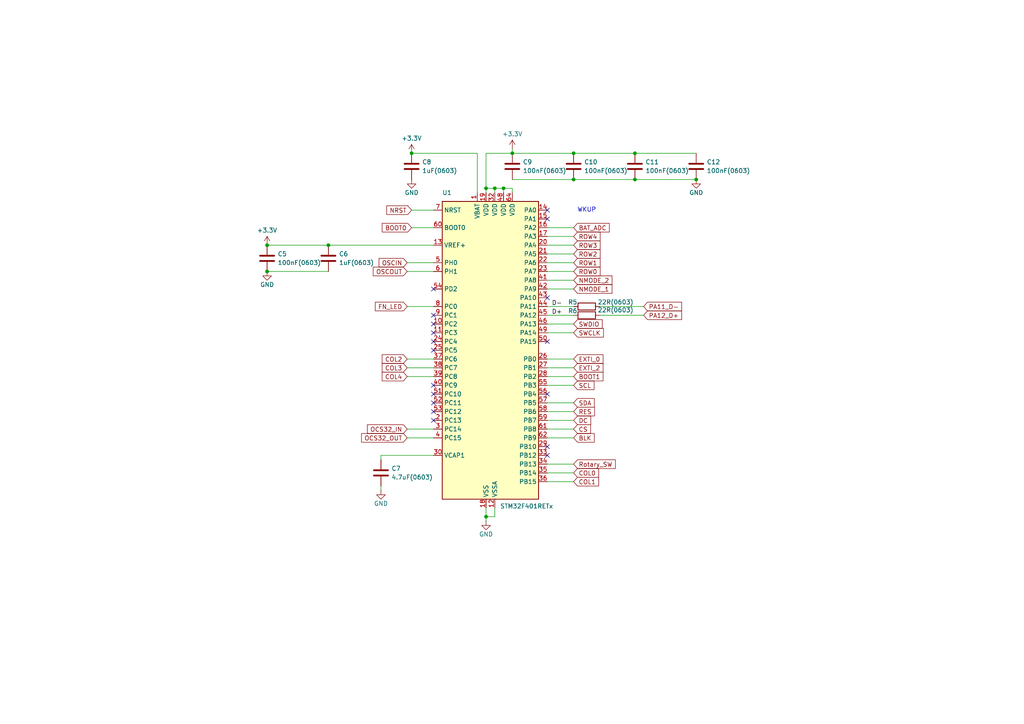
<source format=kicad_sch>
(kicad_sch
	(version 20231120)
	(generator "eeschema")
	(generator_version "8.0")
	(uuid "091904a1-1951-45b7-995f-2937903f6cc9")
	(paper "A4")
	(lib_symbols
		(symbol "Device:C"
			(pin_numbers hide)
			(pin_names
				(offset 0.254)
			)
			(exclude_from_sim no)
			(in_bom yes)
			(on_board yes)
			(property "Reference" "C"
				(at 0.635 2.54 0)
				(effects
					(font
						(size 1.27 1.27)
					)
					(justify left)
				)
			)
			(property "Value" "C"
				(at 0.635 -2.54 0)
				(effects
					(font
						(size 1.27 1.27)
					)
					(justify left)
				)
			)
			(property "Footprint" ""
				(at 0.9652 -3.81 0)
				(effects
					(font
						(size 1.27 1.27)
					)
					(hide yes)
				)
			)
			(property "Datasheet" "~"
				(at 0 0 0)
				(effects
					(font
						(size 1.27 1.27)
					)
					(hide yes)
				)
			)
			(property "Description" "Unpolarized capacitor"
				(at 0 0 0)
				(effects
					(font
						(size 1.27 1.27)
					)
					(hide yes)
				)
			)
			(property "ki_keywords" "cap capacitor"
				(at 0 0 0)
				(effects
					(font
						(size 1.27 1.27)
					)
					(hide yes)
				)
			)
			(property "ki_fp_filters" "C_*"
				(at 0 0 0)
				(effects
					(font
						(size 1.27 1.27)
					)
					(hide yes)
				)
			)
			(symbol "C_0_1"
				(polyline
					(pts
						(xy -2.032 -0.762) (xy 2.032 -0.762)
					)
					(stroke
						(width 0.508)
						(type default)
					)
					(fill
						(type none)
					)
				)
				(polyline
					(pts
						(xy -2.032 0.762) (xy 2.032 0.762)
					)
					(stroke
						(width 0.508)
						(type default)
					)
					(fill
						(type none)
					)
				)
			)
			(symbol "C_1_1"
				(pin passive line
					(at 0 3.81 270)
					(length 2.794)
					(name "~"
						(effects
							(font
								(size 1.27 1.27)
							)
						)
					)
					(number "1"
						(effects
							(font
								(size 1.27 1.27)
							)
						)
					)
				)
				(pin passive line
					(at 0 -3.81 90)
					(length 2.794)
					(name "~"
						(effects
							(font
								(size 1.27 1.27)
							)
						)
					)
					(number "2"
						(effects
							(font
								(size 1.27 1.27)
							)
						)
					)
				)
			)
		)
		(symbol "Device:R"
			(pin_numbers hide)
			(pin_names
				(offset 0)
			)
			(exclude_from_sim no)
			(in_bom yes)
			(on_board yes)
			(property "Reference" "R"
				(at 2.032 0 90)
				(effects
					(font
						(size 1.27 1.27)
					)
				)
			)
			(property "Value" "R"
				(at 0 0 90)
				(effects
					(font
						(size 1.27 1.27)
					)
				)
			)
			(property "Footprint" ""
				(at -1.778 0 90)
				(effects
					(font
						(size 1.27 1.27)
					)
					(hide yes)
				)
			)
			(property "Datasheet" "~"
				(at 0 0 0)
				(effects
					(font
						(size 1.27 1.27)
					)
					(hide yes)
				)
			)
			(property "Description" "Resistor"
				(at 0 0 0)
				(effects
					(font
						(size 1.27 1.27)
					)
					(hide yes)
				)
			)
			(property "ki_keywords" "R res resistor"
				(at 0 0 0)
				(effects
					(font
						(size 1.27 1.27)
					)
					(hide yes)
				)
			)
			(property "ki_fp_filters" "R_*"
				(at 0 0 0)
				(effects
					(font
						(size 1.27 1.27)
					)
					(hide yes)
				)
			)
			(symbol "R_0_1"
				(rectangle
					(start -1.016 -2.54)
					(end 1.016 2.54)
					(stroke
						(width 0.254)
						(type default)
					)
					(fill
						(type none)
					)
				)
			)
			(symbol "R_1_1"
				(pin passive line
					(at 0 3.81 270)
					(length 1.27)
					(name "~"
						(effects
							(font
								(size 1.27 1.27)
							)
						)
					)
					(number "1"
						(effects
							(font
								(size 1.27 1.27)
							)
						)
					)
				)
				(pin passive line
					(at 0 -3.81 90)
					(length 1.27)
					(name "~"
						(effects
							(font
								(size 1.27 1.27)
							)
						)
					)
					(number "2"
						(effects
							(font
								(size 1.27 1.27)
							)
						)
					)
				)
			)
		)
		(symbol "MCU_ST_STM32F4:STM32F401RETx"
			(exclude_from_sim no)
			(in_bom yes)
			(on_board yes)
			(property "Reference" "U"
				(at -12.7 44.45 0)
				(effects
					(font
						(size 1.27 1.27)
					)
					(justify left)
				)
			)
			(property "Value" "STM32F401RETx"
				(at 10.16 44.45 0)
				(effects
					(font
						(size 1.27 1.27)
					)
					(justify left)
				)
			)
			(property "Footprint" "Package_QFP:LQFP-64_10x10mm_P0.5mm"
				(at -12.7 -43.18 0)
				(effects
					(font
						(size 1.27 1.27)
					)
					(justify right)
					(hide yes)
				)
			)
			(property "Datasheet" "https://www.st.com/resource/en/datasheet/stm32f401re.pdf"
				(at 0 0 0)
				(effects
					(font
						(size 1.27 1.27)
					)
					(hide yes)
				)
			)
			(property "Description" "STMicroelectronics Arm Cortex-M4 MCU, 512KB flash, 96KB RAM, 84 MHz, 1.7-3.6V, 50 GPIO, LQFP64"
				(at 0 0 0)
				(effects
					(font
						(size 1.27 1.27)
					)
					(hide yes)
				)
			)
			(property "ki_locked" ""
				(at 0 0 0)
				(effects
					(font
						(size 1.27 1.27)
					)
				)
			)
			(property "ki_keywords" "Arm Cortex-M4 STM32F4 STM32F401"
				(at 0 0 0)
				(effects
					(font
						(size 1.27 1.27)
					)
					(hide yes)
				)
			)
			(property "ki_fp_filters" "LQFP*10x10mm*P0.5mm*"
				(at 0 0 0)
				(effects
					(font
						(size 1.27 1.27)
					)
					(hide yes)
				)
			)
			(symbol "STM32F401RETx_0_1"
				(rectangle
					(start -12.7 -43.18)
					(end 15.24 43.18)
					(stroke
						(width 0.254)
						(type default)
					)
					(fill
						(type background)
					)
				)
			)
			(symbol "STM32F401RETx_1_1"
				(pin power_in line
					(at -2.54 45.72 270)
					(length 2.54)
					(name "VBAT"
						(effects
							(font
								(size 1.27 1.27)
							)
						)
					)
					(number "1"
						(effects
							(font
								(size 1.27 1.27)
							)
						)
					)
				)
				(pin bidirectional line
					(at -15.24 7.62 0)
					(length 2.54)
					(name "PC2"
						(effects
							(font
								(size 1.27 1.27)
							)
						)
					)
					(number "10"
						(effects
							(font
								(size 1.27 1.27)
							)
						)
					)
					(alternate "ADC1_IN12" bidirectional line)
					(alternate "I2S2_ext_SD" bidirectional line)
					(alternate "SPI2_MISO" bidirectional line)
				)
				(pin bidirectional line
					(at -15.24 5.08 0)
					(length 2.54)
					(name "PC3"
						(effects
							(font
								(size 1.27 1.27)
							)
						)
					)
					(number "11"
						(effects
							(font
								(size 1.27 1.27)
							)
						)
					)
					(alternate "ADC1_IN13" bidirectional line)
					(alternate "I2S2_SD" bidirectional line)
					(alternate "SPI2_MOSI" bidirectional line)
				)
				(pin power_in line
					(at 2.54 -45.72 90)
					(length 2.54)
					(name "VSSA"
						(effects
							(font
								(size 1.27 1.27)
							)
						)
					)
					(number "12"
						(effects
							(font
								(size 1.27 1.27)
							)
						)
					)
				)
				(pin input line
					(at -15.24 30.48 0)
					(length 2.54)
					(name "VREF+"
						(effects
							(font
								(size 1.27 1.27)
							)
						)
					)
					(number "13"
						(effects
							(font
								(size 1.27 1.27)
							)
						)
					)
				)
				(pin bidirectional line
					(at 17.78 40.64 180)
					(length 2.54)
					(name "PA0"
						(effects
							(font
								(size 1.27 1.27)
							)
						)
					)
					(number "14"
						(effects
							(font
								(size 1.27 1.27)
							)
						)
					)
					(alternate "ADC1_IN0" bidirectional line)
					(alternate "SYS_WKUP" bidirectional line)
					(alternate "TIM2_CH1" bidirectional line)
					(alternate "TIM2_ETR" bidirectional line)
					(alternate "TIM5_CH1" bidirectional line)
					(alternate "USART2_CTS" bidirectional line)
				)
				(pin bidirectional line
					(at 17.78 38.1 180)
					(length 2.54)
					(name "PA1"
						(effects
							(font
								(size 1.27 1.27)
							)
						)
					)
					(number "15"
						(effects
							(font
								(size 1.27 1.27)
							)
						)
					)
					(alternate "ADC1_IN1" bidirectional line)
					(alternate "TIM2_CH2" bidirectional line)
					(alternate "TIM5_CH2" bidirectional line)
					(alternate "USART2_RTS" bidirectional line)
				)
				(pin bidirectional line
					(at 17.78 35.56 180)
					(length 2.54)
					(name "PA2"
						(effects
							(font
								(size 1.27 1.27)
							)
						)
					)
					(number "16"
						(effects
							(font
								(size 1.27 1.27)
							)
						)
					)
					(alternate "ADC1_IN2" bidirectional line)
					(alternate "TIM2_CH3" bidirectional line)
					(alternate "TIM5_CH3" bidirectional line)
					(alternate "TIM9_CH1" bidirectional line)
					(alternate "USART2_TX" bidirectional line)
				)
				(pin bidirectional line
					(at 17.78 33.02 180)
					(length 2.54)
					(name "PA3"
						(effects
							(font
								(size 1.27 1.27)
							)
						)
					)
					(number "17"
						(effects
							(font
								(size 1.27 1.27)
							)
						)
					)
					(alternate "ADC1_IN3" bidirectional line)
					(alternate "TIM2_CH4" bidirectional line)
					(alternate "TIM5_CH4" bidirectional line)
					(alternate "TIM9_CH2" bidirectional line)
					(alternate "USART2_RX" bidirectional line)
				)
				(pin power_in line
					(at 0 -45.72 90)
					(length 2.54)
					(name "VSS"
						(effects
							(font
								(size 1.27 1.27)
							)
						)
					)
					(number "18"
						(effects
							(font
								(size 1.27 1.27)
							)
						)
					)
				)
				(pin power_in line
					(at 0 45.72 270)
					(length 2.54)
					(name "VDD"
						(effects
							(font
								(size 1.27 1.27)
							)
						)
					)
					(number "19"
						(effects
							(font
								(size 1.27 1.27)
							)
						)
					)
				)
				(pin bidirectional line
					(at -15.24 -20.32 0)
					(length 2.54)
					(name "PC13"
						(effects
							(font
								(size 1.27 1.27)
							)
						)
					)
					(number "2"
						(effects
							(font
								(size 1.27 1.27)
							)
						)
					)
					(alternate "RTC_AF1" bidirectional line)
				)
				(pin bidirectional line
					(at 17.78 30.48 180)
					(length 2.54)
					(name "PA4"
						(effects
							(font
								(size 1.27 1.27)
							)
						)
					)
					(number "20"
						(effects
							(font
								(size 1.27 1.27)
							)
						)
					)
					(alternate "ADC1_IN4" bidirectional line)
					(alternate "I2S3_WS" bidirectional line)
					(alternate "SPI1_NSS" bidirectional line)
					(alternate "SPI3_NSS" bidirectional line)
					(alternate "USART2_CK" bidirectional line)
				)
				(pin bidirectional line
					(at 17.78 27.94 180)
					(length 2.54)
					(name "PA5"
						(effects
							(font
								(size 1.27 1.27)
							)
						)
					)
					(number "21"
						(effects
							(font
								(size 1.27 1.27)
							)
						)
					)
					(alternate "ADC1_IN5" bidirectional line)
					(alternate "SPI1_SCK" bidirectional line)
					(alternate "TIM2_CH1" bidirectional line)
					(alternate "TIM2_ETR" bidirectional line)
				)
				(pin bidirectional line
					(at 17.78 25.4 180)
					(length 2.54)
					(name "PA6"
						(effects
							(font
								(size 1.27 1.27)
							)
						)
					)
					(number "22"
						(effects
							(font
								(size 1.27 1.27)
							)
						)
					)
					(alternate "ADC1_IN6" bidirectional line)
					(alternate "SPI1_MISO" bidirectional line)
					(alternate "TIM1_BKIN" bidirectional line)
					(alternate "TIM3_CH1" bidirectional line)
				)
				(pin bidirectional line
					(at 17.78 22.86 180)
					(length 2.54)
					(name "PA7"
						(effects
							(font
								(size 1.27 1.27)
							)
						)
					)
					(number "23"
						(effects
							(font
								(size 1.27 1.27)
							)
						)
					)
					(alternate "ADC1_IN7" bidirectional line)
					(alternate "SPI1_MOSI" bidirectional line)
					(alternate "TIM1_CH1N" bidirectional line)
					(alternate "TIM3_CH2" bidirectional line)
				)
				(pin bidirectional line
					(at -15.24 2.54 0)
					(length 2.54)
					(name "PC4"
						(effects
							(font
								(size 1.27 1.27)
							)
						)
					)
					(number "24"
						(effects
							(font
								(size 1.27 1.27)
							)
						)
					)
					(alternate "ADC1_IN14" bidirectional line)
				)
				(pin bidirectional line
					(at -15.24 0 0)
					(length 2.54)
					(name "PC5"
						(effects
							(font
								(size 1.27 1.27)
							)
						)
					)
					(number "25"
						(effects
							(font
								(size 1.27 1.27)
							)
						)
					)
					(alternate "ADC1_IN15" bidirectional line)
				)
				(pin bidirectional line
					(at 17.78 -2.54 180)
					(length 2.54)
					(name "PB0"
						(effects
							(font
								(size 1.27 1.27)
							)
						)
					)
					(number "26"
						(effects
							(font
								(size 1.27 1.27)
							)
						)
					)
					(alternate "ADC1_IN8" bidirectional line)
					(alternate "TIM1_CH2N" bidirectional line)
					(alternate "TIM3_CH3" bidirectional line)
				)
				(pin bidirectional line
					(at 17.78 -5.08 180)
					(length 2.54)
					(name "PB1"
						(effects
							(font
								(size 1.27 1.27)
							)
						)
					)
					(number "27"
						(effects
							(font
								(size 1.27 1.27)
							)
						)
					)
					(alternate "ADC1_IN9" bidirectional line)
					(alternate "TIM1_CH3N" bidirectional line)
					(alternate "TIM3_CH4" bidirectional line)
				)
				(pin bidirectional line
					(at 17.78 -7.62 180)
					(length 2.54)
					(name "PB2"
						(effects
							(font
								(size 1.27 1.27)
							)
						)
					)
					(number "28"
						(effects
							(font
								(size 1.27 1.27)
							)
						)
					)
				)
				(pin bidirectional line
					(at 17.78 -27.94 180)
					(length 2.54)
					(name "PB10"
						(effects
							(font
								(size 1.27 1.27)
							)
						)
					)
					(number "29"
						(effects
							(font
								(size 1.27 1.27)
							)
						)
					)
					(alternate "I2C2_SCL" bidirectional line)
					(alternate "I2S2_CK" bidirectional line)
					(alternate "SPI2_SCK" bidirectional line)
					(alternate "TIM2_CH3" bidirectional line)
				)
				(pin bidirectional line
					(at -15.24 -22.86 0)
					(length 2.54)
					(name "PC14"
						(effects
							(font
								(size 1.27 1.27)
							)
						)
					)
					(number "3"
						(effects
							(font
								(size 1.27 1.27)
							)
						)
					)
					(alternate "RCC_OSC32_IN" bidirectional line)
				)
				(pin power_out line
					(at -15.24 -30.48 0)
					(length 2.54)
					(name "VCAP1"
						(effects
							(font
								(size 1.27 1.27)
							)
						)
					)
					(number "30"
						(effects
							(font
								(size 1.27 1.27)
							)
						)
					)
				)
				(pin passive line
					(at 0 -45.72 90)
					(length 2.54) hide
					(name "VSS"
						(effects
							(font
								(size 1.27 1.27)
							)
						)
					)
					(number "31"
						(effects
							(font
								(size 1.27 1.27)
							)
						)
					)
				)
				(pin power_in line
					(at 2.54 45.72 270)
					(length 2.54)
					(name "VDD"
						(effects
							(font
								(size 1.27 1.27)
							)
						)
					)
					(number "32"
						(effects
							(font
								(size 1.27 1.27)
							)
						)
					)
				)
				(pin bidirectional line
					(at 17.78 -30.48 180)
					(length 2.54)
					(name "PB12"
						(effects
							(font
								(size 1.27 1.27)
							)
						)
					)
					(number "33"
						(effects
							(font
								(size 1.27 1.27)
							)
						)
					)
					(alternate "I2C2_SMBA" bidirectional line)
					(alternate "I2S2_WS" bidirectional line)
					(alternate "SPI2_NSS" bidirectional line)
					(alternate "TIM1_BKIN" bidirectional line)
				)
				(pin bidirectional line
					(at 17.78 -33.02 180)
					(length 2.54)
					(name "PB13"
						(effects
							(font
								(size 1.27 1.27)
							)
						)
					)
					(number "34"
						(effects
							(font
								(size 1.27 1.27)
							)
						)
					)
					(alternate "I2S2_CK" bidirectional line)
					(alternate "SPI2_SCK" bidirectional line)
					(alternate "TIM1_CH1N" bidirectional line)
				)
				(pin bidirectional line
					(at 17.78 -35.56 180)
					(length 2.54)
					(name "PB14"
						(effects
							(font
								(size 1.27 1.27)
							)
						)
					)
					(number "35"
						(effects
							(font
								(size 1.27 1.27)
							)
						)
					)
					(alternate "I2S2_ext_SD" bidirectional line)
					(alternate "SPI2_MISO" bidirectional line)
					(alternate "TIM1_CH2N" bidirectional line)
				)
				(pin bidirectional line
					(at 17.78 -38.1 180)
					(length 2.54)
					(name "PB15"
						(effects
							(font
								(size 1.27 1.27)
							)
						)
					)
					(number "36"
						(effects
							(font
								(size 1.27 1.27)
							)
						)
					)
					(alternate "ADC1_EXTI15" bidirectional line)
					(alternate "I2S2_SD" bidirectional line)
					(alternate "RTC_REFIN" bidirectional line)
					(alternate "SPI2_MOSI" bidirectional line)
					(alternate "TIM1_CH3N" bidirectional line)
				)
				(pin bidirectional line
					(at -15.24 -2.54 0)
					(length 2.54)
					(name "PC6"
						(effects
							(font
								(size 1.27 1.27)
							)
						)
					)
					(number "37"
						(effects
							(font
								(size 1.27 1.27)
							)
						)
					)
					(alternate "I2S2_MCK" bidirectional line)
					(alternate "SDIO_D6" bidirectional line)
					(alternate "TIM3_CH1" bidirectional line)
					(alternate "USART6_TX" bidirectional line)
				)
				(pin bidirectional line
					(at -15.24 -5.08 0)
					(length 2.54)
					(name "PC7"
						(effects
							(font
								(size 1.27 1.27)
							)
						)
					)
					(number "38"
						(effects
							(font
								(size 1.27 1.27)
							)
						)
					)
					(alternate "I2S3_MCK" bidirectional line)
					(alternate "SDIO_D7" bidirectional line)
					(alternate "TIM3_CH2" bidirectional line)
					(alternate "USART6_RX" bidirectional line)
				)
				(pin bidirectional line
					(at -15.24 -7.62 0)
					(length 2.54)
					(name "PC8"
						(effects
							(font
								(size 1.27 1.27)
							)
						)
					)
					(number "39"
						(effects
							(font
								(size 1.27 1.27)
							)
						)
					)
					(alternate "SDIO_D0" bidirectional line)
					(alternate "TIM3_CH3" bidirectional line)
					(alternate "USART6_CK" bidirectional line)
				)
				(pin bidirectional line
					(at -15.24 -25.4 0)
					(length 2.54)
					(name "PC15"
						(effects
							(font
								(size 1.27 1.27)
							)
						)
					)
					(number "4"
						(effects
							(font
								(size 1.27 1.27)
							)
						)
					)
					(alternate "ADC1_EXTI15" bidirectional line)
					(alternate "RCC_OSC32_OUT" bidirectional line)
				)
				(pin bidirectional line
					(at -15.24 -10.16 0)
					(length 2.54)
					(name "PC9"
						(effects
							(font
								(size 1.27 1.27)
							)
						)
					)
					(number "40"
						(effects
							(font
								(size 1.27 1.27)
							)
						)
					)
					(alternate "I2C3_SDA" bidirectional line)
					(alternate "I2S_CKIN" bidirectional line)
					(alternate "RCC_MCO_2" bidirectional line)
					(alternate "SDIO_D1" bidirectional line)
					(alternate "TIM3_CH4" bidirectional line)
				)
				(pin bidirectional line
					(at 17.78 20.32 180)
					(length 2.54)
					(name "PA8"
						(effects
							(font
								(size 1.27 1.27)
							)
						)
					)
					(number "41"
						(effects
							(font
								(size 1.27 1.27)
							)
						)
					)
					(alternate "I2C3_SCL" bidirectional line)
					(alternate "RCC_MCO_1" bidirectional line)
					(alternate "TIM1_CH1" bidirectional line)
					(alternate "USART1_CK" bidirectional line)
					(alternate "USB_OTG_FS_SOF" bidirectional line)
				)
				(pin bidirectional line
					(at 17.78 17.78 180)
					(length 2.54)
					(name "PA9"
						(effects
							(font
								(size 1.27 1.27)
							)
						)
					)
					(number "42"
						(effects
							(font
								(size 1.27 1.27)
							)
						)
					)
					(alternate "I2C3_SMBA" bidirectional line)
					(alternate "TIM1_CH2" bidirectional line)
					(alternate "USART1_TX" bidirectional line)
					(alternate "USB_OTG_FS_VBUS" bidirectional line)
				)
				(pin bidirectional line
					(at 17.78 15.24 180)
					(length 2.54)
					(name "PA10"
						(effects
							(font
								(size 1.27 1.27)
							)
						)
					)
					(number "43"
						(effects
							(font
								(size 1.27 1.27)
							)
						)
					)
					(alternate "TIM1_CH3" bidirectional line)
					(alternate "USART1_RX" bidirectional line)
					(alternate "USB_OTG_FS_ID" bidirectional line)
				)
				(pin bidirectional line
					(at 17.78 12.7 180)
					(length 2.54)
					(name "PA11"
						(effects
							(font
								(size 1.27 1.27)
							)
						)
					)
					(number "44"
						(effects
							(font
								(size 1.27 1.27)
							)
						)
					)
					(alternate "ADC1_EXTI11" bidirectional line)
					(alternate "TIM1_CH4" bidirectional line)
					(alternate "USART1_CTS" bidirectional line)
					(alternate "USART6_TX" bidirectional line)
					(alternate "USB_OTG_FS_DM" bidirectional line)
				)
				(pin bidirectional line
					(at 17.78 10.16 180)
					(length 2.54)
					(name "PA12"
						(effects
							(font
								(size 1.27 1.27)
							)
						)
					)
					(number "45"
						(effects
							(font
								(size 1.27 1.27)
							)
						)
					)
					(alternate "TIM1_ETR" bidirectional line)
					(alternate "USART1_RTS" bidirectional line)
					(alternate "USART6_RX" bidirectional line)
					(alternate "USB_OTG_FS_DP" bidirectional line)
				)
				(pin bidirectional line
					(at 17.78 7.62 180)
					(length 2.54)
					(name "PA13"
						(effects
							(font
								(size 1.27 1.27)
							)
						)
					)
					(number "46"
						(effects
							(font
								(size 1.27 1.27)
							)
						)
					)
					(alternate "SYS_JTMS-SWDIO" bidirectional line)
				)
				(pin passive line
					(at 0 -45.72 90)
					(length 2.54) hide
					(name "VSS"
						(effects
							(font
								(size 1.27 1.27)
							)
						)
					)
					(number "47"
						(effects
							(font
								(size 1.27 1.27)
							)
						)
					)
				)
				(pin power_in line
					(at 5.08 45.72 270)
					(length 2.54)
					(name "VDD"
						(effects
							(font
								(size 1.27 1.27)
							)
						)
					)
					(number "48"
						(effects
							(font
								(size 1.27 1.27)
							)
						)
					)
				)
				(pin bidirectional line
					(at 17.78 5.08 180)
					(length 2.54)
					(name "PA14"
						(effects
							(font
								(size 1.27 1.27)
							)
						)
					)
					(number "49"
						(effects
							(font
								(size 1.27 1.27)
							)
						)
					)
					(alternate "SYS_JTCK-SWCLK" bidirectional line)
				)
				(pin bidirectional line
					(at -15.24 25.4 0)
					(length 2.54)
					(name "PH0"
						(effects
							(font
								(size 1.27 1.27)
							)
						)
					)
					(number "5"
						(effects
							(font
								(size 1.27 1.27)
							)
						)
					)
					(alternate "RCC_OSC_IN" bidirectional line)
				)
				(pin bidirectional line
					(at 17.78 2.54 180)
					(length 2.54)
					(name "PA15"
						(effects
							(font
								(size 1.27 1.27)
							)
						)
					)
					(number "50"
						(effects
							(font
								(size 1.27 1.27)
							)
						)
					)
					(alternate "ADC1_EXTI15" bidirectional line)
					(alternate "I2S3_WS" bidirectional line)
					(alternate "SPI1_NSS" bidirectional line)
					(alternate "SPI3_NSS" bidirectional line)
					(alternate "SYS_JTDI" bidirectional line)
					(alternate "TIM2_CH1" bidirectional line)
					(alternate "TIM2_ETR" bidirectional line)
				)
				(pin bidirectional line
					(at -15.24 -12.7 0)
					(length 2.54)
					(name "PC10"
						(effects
							(font
								(size 1.27 1.27)
							)
						)
					)
					(number "51"
						(effects
							(font
								(size 1.27 1.27)
							)
						)
					)
					(alternate "I2S3_CK" bidirectional line)
					(alternate "SDIO_D2" bidirectional line)
					(alternate "SPI3_SCK" bidirectional line)
				)
				(pin bidirectional line
					(at -15.24 -15.24 0)
					(length 2.54)
					(name "PC11"
						(effects
							(font
								(size 1.27 1.27)
							)
						)
					)
					(number "52"
						(effects
							(font
								(size 1.27 1.27)
							)
						)
					)
					(alternate "ADC1_EXTI11" bidirectional line)
					(alternate "I2S3_ext_SD" bidirectional line)
					(alternate "SDIO_D3" bidirectional line)
					(alternate "SPI3_MISO" bidirectional line)
				)
				(pin bidirectional line
					(at -15.24 -17.78 0)
					(length 2.54)
					(name "PC12"
						(effects
							(font
								(size 1.27 1.27)
							)
						)
					)
					(number "53"
						(effects
							(font
								(size 1.27 1.27)
							)
						)
					)
					(alternate "I2S3_SD" bidirectional line)
					(alternate "SDIO_CK" bidirectional line)
					(alternate "SPI3_MOSI" bidirectional line)
				)
				(pin bidirectional line
					(at -15.24 17.78 0)
					(length 2.54)
					(name "PD2"
						(effects
							(font
								(size 1.27 1.27)
							)
						)
					)
					(number "54"
						(effects
							(font
								(size 1.27 1.27)
							)
						)
					)
					(alternate "SDIO_CMD" bidirectional line)
					(alternate "TIM3_ETR" bidirectional line)
				)
				(pin bidirectional line
					(at 17.78 -10.16 180)
					(length 2.54)
					(name "PB3"
						(effects
							(font
								(size 1.27 1.27)
							)
						)
					)
					(number "55"
						(effects
							(font
								(size 1.27 1.27)
							)
						)
					)
					(alternate "I2C2_SDA" bidirectional line)
					(alternate "I2S3_CK" bidirectional line)
					(alternate "SPI1_SCK" bidirectional line)
					(alternate "SPI3_SCK" bidirectional line)
					(alternate "SYS_JTDO-SWO" bidirectional line)
					(alternate "TIM2_CH2" bidirectional line)
				)
				(pin bidirectional line
					(at 17.78 -12.7 180)
					(length 2.54)
					(name "PB4"
						(effects
							(font
								(size 1.27 1.27)
							)
						)
					)
					(number "56"
						(effects
							(font
								(size 1.27 1.27)
							)
						)
					)
					(alternate "I2C3_SDA" bidirectional line)
					(alternate "I2S3_ext_SD" bidirectional line)
					(alternate "SPI1_MISO" bidirectional line)
					(alternate "SPI3_MISO" bidirectional line)
					(alternate "SYS_JTRST" bidirectional line)
					(alternate "TIM3_CH1" bidirectional line)
				)
				(pin bidirectional line
					(at 17.78 -15.24 180)
					(length 2.54)
					(name "PB5"
						(effects
							(font
								(size 1.27 1.27)
							)
						)
					)
					(number "57"
						(effects
							(font
								(size 1.27 1.27)
							)
						)
					)
					(alternate "I2C1_SMBA" bidirectional line)
					(alternate "I2S3_SD" bidirectional line)
					(alternate "SPI1_MOSI" bidirectional line)
					(alternate "SPI3_MOSI" bidirectional line)
					(alternate "TIM3_CH2" bidirectional line)
				)
				(pin bidirectional line
					(at 17.78 -17.78 180)
					(length 2.54)
					(name "PB6"
						(effects
							(font
								(size 1.27 1.27)
							)
						)
					)
					(number "58"
						(effects
							(font
								(size 1.27 1.27)
							)
						)
					)
					(alternate "I2C1_SCL" bidirectional line)
					(alternate "TIM4_CH1" bidirectional line)
					(alternate "USART1_TX" bidirectional line)
				)
				(pin bidirectional line
					(at 17.78 -20.32 180)
					(length 2.54)
					(name "PB7"
						(effects
							(font
								(size 1.27 1.27)
							)
						)
					)
					(number "59"
						(effects
							(font
								(size 1.27 1.27)
							)
						)
					)
					(alternate "I2C1_SDA" bidirectional line)
					(alternate "TIM4_CH2" bidirectional line)
					(alternate "USART1_RX" bidirectional line)
				)
				(pin bidirectional line
					(at -15.24 22.86 0)
					(length 2.54)
					(name "PH1"
						(effects
							(font
								(size 1.27 1.27)
							)
						)
					)
					(number "6"
						(effects
							(font
								(size 1.27 1.27)
							)
						)
					)
					(alternate "RCC_OSC_OUT" bidirectional line)
				)
				(pin input line
					(at -15.24 35.56 0)
					(length 2.54)
					(name "BOOT0"
						(effects
							(font
								(size 1.27 1.27)
							)
						)
					)
					(number "60"
						(effects
							(font
								(size 1.27 1.27)
							)
						)
					)
				)
				(pin bidirectional line
					(at 17.78 -22.86 180)
					(length 2.54)
					(name "PB8"
						(effects
							(font
								(size 1.27 1.27)
							)
						)
					)
					(number "61"
						(effects
							(font
								(size 1.27 1.27)
							)
						)
					)
					(alternate "I2C1_SCL" bidirectional line)
					(alternate "SDIO_D4" bidirectional line)
					(alternate "TIM10_CH1" bidirectional line)
					(alternate "TIM4_CH3" bidirectional line)
				)
				(pin bidirectional line
					(at 17.78 -25.4 180)
					(length 2.54)
					(name "PB9"
						(effects
							(font
								(size 1.27 1.27)
							)
						)
					)
					(number "62"
						(effects
							(font
								(size 1.27 1.27)
							)
						)
					)
					(alternate "I2C1_SDA" bidirectional line)
					(alternate "I2S2_WS" bidirectional line)
					(alternate "SDIO_D5" bidirectional line)
					(alternate "SPI2_NSS" bidirectional line)
					(alternate "TIM11_CH1" bidirectional line)
					(alternate "TIM4_CH4" bidirectional line)
				)
				(pin passive line
					(at 0 -45.72 90)
					(length 2.54) hide
					(name "VSS"
						(effects
							(font
								(size 1.27 1.27)
							)
						)
					)
					(number "63"
						(effects
							(font
								(size 1.27 1.27)
							)
						)
					)
				)
				(pin power_in line
					(at 7.62 45.72 270)
					(length 2.54)
					(name "VDD"
						(effects
							(font
								(size 1.27 1.27)
							)
						)
					)
					(number "64"
						(effects
							(font
								(size 1.27 1.27)
							)
						)
					)
				)
				(pin input line
					(at -15.24 40.64 0)
					(length 2.54)
					(name "NRST"
						(effects
							(font
								(size 1.27 1.27)
							)
						)
					)
					(number "7"
						(effects
							(font
								(size 1.27 1.27)
							)
						)
					)
				)
				(pin bidirectional line
					(at -15.24 12.7 0)
					(length 2.54)
					(name "PC0"
						(effects
							(font
								(size 1.27 1.27)
							)
						)
					)
					(number "8"
						(effects
							(font
								(size 1.27 1.27)
							)
						)
					)
					(alternate "ADC1_IN10" bidirectional line)
				)
				(pin bidirectional line
					(at -15.24 10.16 0)
					(length 2.54)
					(name "PC1"
						(effects
							(font
								(size 1.27 1.27)
							)
						)
					)
					(number "9"
						(effects
							(font
								(size 1.27 1.27)
							)
						)
					)
					(alternate "ADC1_IN11" bidirectional line)
				)
			)
		)
		(symbol "power:+3.3V"
			(power)
			(pin_numbers hide)
			(pin_names
				(offset 0) hide)
			(exclude_from_sim no)
			(in_bom yes)
			(on_board yes)
			(property "Reference" "#PWR"
				(at 0 -3.81 0)
				(effects
					(font
						(size 1.27 1.27)
					)
					(hide yes)
				)
			)
			(property "Value" "+3.3V"
				(at 0 3.556 0)
				(effects
					(font
						(size 1.27 1.27)
					)
				)
			)
			(property "Footprint" ""
				(at 0 0 0)
				(effects
					(font
						(size 1.27 1.27)
					)
					(hide yes)
				)
			)
			(property "Datasheet" ""
				(at 0 0 0)
				(effects
					(font
						(size 1.27 1.27)
					)
					(hide yes)
				)
			)
			(property "Description" "Power symbol creates a global label with name \"+3.3V\""
				(at 0 0 0)
				(effects
					(font
						(size 1.27 1.27)
					)
					(hide yes)
				)
			)
			(property "ki_keywords" "global power"
				(at 0 0 0)
				(effects
					(font
						(size 1.27 1.27)
					)
					(hide yes)
				)
			)
			(symbol "+3.3V_0_1"
				(polyline
					(pts
						(xy -0.762 1.27) (xy 0 2.54)
					)
					(stroke
						(width 0)
						(type default)
					)
					(fill
						(type none)
					)
				)
				(polyline
					(pts
						(xy 0 0) (xy 0 2.54)
					)
					(stroke
						(width 0)
						(type default)
					)
					(fill
						(type none)
					)
				)
				(polyline
					(pts
						(xy 0 2.54) (xy 0.762 1.27)
					)
					(stroke
						(width 0)
						(type default)
					)
					(fill
						(type none)
					)
				)
			)
			(symbol "+3.3V_1_1"
				(pin power_in line
					(at 0 0 90)
					(length 0)
					(name "~"
						(effects
							(font
								(size 1.27 1.27)
							)
						)
					)
					(number "1"
						(effects
							(font
								(size 1.27 1.27)
							)
						)
					)
				)
			)
		)
		(symbol "power:GND"
			(power)
			(pin_numbers hide)
			(pin_names
				(offset 0) hide)
			(exclude_from_sim no)
			(in_bom yes)
			(on_board yes)
			(property "Reference" "#PWR"
				(at 0 -6.35 0)
				(effects
					(font
						(size 1.27 1.27)
					)
					(hide yes)
				)
			)
			(property "Value" "GND"
				(at 0 -3.81 0)
				(effects
					(font
						(size 1.27 1.27)
					)
				)
			)
			(property "Footprint" ""
				(at 0 0 0)
				(effects
					(font
						(size 1.27 1.27)
					)
					(hide yes)
				)
			)
			(property "Datasheet" ""
				(at 0 0 0)
				(effects
					(font
						(size 1.27 1.27)
					)
					(hide yes)
				)
			)
			(property "Description" "Power symbol creates a global label with name \"GND\" , ground"
				(at 0 0 0)
				(effects
					(font
						(size 1.27 1.27)
					)
					(hide yes)
				)
			)
			(property "ki_keywords" "global power"
				(at 0 0 0)
				(effects
					(font
						(size 1.27 1.27)
					)
					(hide yes)
				)
			)
			(symbol "GND_0_1"
				(polyline
					(pts
						(xy 0 0) (xy 0 -1.27) (xy 1.27 -1.27) (xy 0 -2.54) (xy -1.27 -1.27) (xy 0 -1.27)
					)
					(stroke
						(width 0)
						(type default)
					)
					(fill
						(type none)
					)
				)
			)
			(symbol "GND_1_1"
				(pin power_in line
					(at 0 0 270)
					(length 0)
					(name "~"
						(effects
							(font
								(size 1.27 1.27)
							)
						)
					)
					(number "1"
						(effects
							(font
								(size 1.27 1.27)
							)
						)
					)
				)
			)
		)
	)
	(junction
		(at 148.59 44.45)
		(diameter 0)
		(color 0 0 0 0)
		(uuid "13dd8890-42a8-4a63-a3da-31653d3c126c")
	)
	(junction
		(at 184.15 52.07)
		(diameter 0)
		(color 0 0 0 0)
		(uuid "1c50f8a1-975a-4b49-80f2-4cae5a5b3069")
	)
	(junction
		(at 119.38 44.45)
		(diameter 0)
		(color 0 0 0 0)
		(uuid "1e63b259-b2ba-4df8-b062-f8cfafb68947")
	)
	(junction
		(at 77.47 71.12)
		(diameter 0)
		(color 0 0 0 0)
		(uuid "23e4aa45-51e5-4e66-8e07-d91ab86af5d2")
	)
	(junction
		(at 201.93 52.07)
		(diameter 0)
		(color 0 0 0 0)
		(uuid "37a13119-43af-4c16-ab1d-6954ef785554")
	)
	(junction
		(at 143.51 54.61)
		(diameter 0)
		(color 0 0 0 0)
		(uuid "4018e80b-12be-4a91-ab3f-3ed66e849d62")
	)
	(junction
		(at 140.97 54.61)
		(diameter 0)
		(color 0 0 0 0)
		(uuid "490087cb-6e18-43a3-b7de-ec4253401a9a")
	)
	(junction
		(at 95.25 71.12)
		(diameter 0)
		(color 0 0 0 0)
		(uuid "720d3659-d613-4cf8-a2c7-bff910526f77")
	)
	(junction
		(at 166.37 52.07)
		(diameter 0)
		(color 0 0 0 0)
		(uuid "77c9e761-839d-4cbb-a5e4-f811b88edf57")
	)
	(junction
		(at 77.47 78.74)
		(diameter 0)
		(color 0 0 0 0)
		(uuid "785d641b-eb2c-49ef-90e8-808d0c99cfe1")
	)
	(junction
		(at 166.37 44.45)
		(diameter 0)
		(color 0 0 0 0)
		(uuid "7c1429b8-a416-4c53-818d-7e3bebb6daeb")
	)
	(junction
		(at 146.05 54.61)
		(diameter 0)
		(color 0 0 0 0)
		(uuid "ba091068-8d43-4d48-bc58-7123849f7e6a")
	)
	(junction
		(at 184.15 44.45)
		(diameter 0)
		(color 0 0 0 0)
		(uuid "c061d02b-d312-415d-bb00-e4e3458a8358")
	)
	(junction
		(at 140.97 149.86)
		(diameter 0)
		(color 0 0 0 0)
		(uuid "f5a493cc-3556-400c-99dc-a70422f6af7f")
	)
	(no_connect
		(at 158.75 132.08)
		(uuid "0ae1c253-556c-489e-b2d4-c3e25f36f89d")
	)
	(no_connect
		(at 158.75 99.06)
		(uuid "2ca8383a-7929-485c-a3d9-de8b1623dfc3")
	)
	(no_connect
		(at 125.73 111.76)
		(uuid "2dab96b8-e660-49a0-988f-55759a938d06")
	)
	(no_connect
		(at 125.73 121.92)
		(uuid "35ddd963-0803-4666-aa6f-84088c023cca")
	)
	(no_connect
		(at 158.75 60.96)
		(uuid "438e7ddb-057d-4e85-b074-b0320cad8ae6")
	)
	(no_connect
		(at 158.75 63.5)
		(uuid "4cf5d453-ba6b-4347-b5fb-336b67a95411")
	)
	(no_connect
		(at 125.73 83.82)
		(uuid "827744a7-a07d-47cf-914a-fe9ae7574dda")
	)
	(no_connect
		(at 125.73 96.52)
		(uuid "8f2fe0c5-3da6-4fd9-bff1-1c04feb8d03b")
	)
	(no_connect
		(at 125.73 101.6)
		(uuid "96401382-9868-448e-b5c4-700cdced2a87")
	)
	(no_connect
		(at 158.75 129.54)
		(uuid "9bd5c9d2-8f6b-423a-9562-59302442a1ce")
	)
	(no_connect
		(at 125.73 119.38)
		(uuid "bd312886-7e6c-4b23-b5c0-36ed33052f80")
	)
	(no_connect
		(at 125.73 114.3)
		(uuid "bff964f8-a89c-4225-a045-08e11609d573")
	)
	(no_connect
		(at 158.75 86.36)
		(uuid "c6f3ec04-49a1-4566-8d96-b54d92dd1b56")
	)
	(no_connect
		(at 125.73 116.84)
		(uuid "d10b0935-d618-41d5-9653-a1acbb649e34")
	)
	(no_connect
		(at 158.75 114.3)
		(uuid "e2d8cbb2-77e1-4bc0-a721-6f0e7f4bff1a")
	)
	(no_connect
		(at 125.73 93.98)
		(uuid "e9581e51-768c-48e3-9f25-8dcc2262553c")
	)
	(no_connect
		(at 125.73 91.44)
		(uuid "ed2b0dca-b0c3-4435-a099-c48bd15b9def")
	)
	(no_connect
		(at 125.73 99.06)
		(uuid "f692dab6-c14c-4501-8ffd-98874413835f")
	)
	(wire
		(pts
			(xy 140.97 54.61) (xy 143.51 54.61)
		)
		(stroke
			(width 0)
			(type default)
		)
		(uuid "0a2ab992-f4ad-4b1f-b6c4-35809eee98f9")
	)
	(wire
		(pts
			(xy 158.75 71.12) (xy 166.37 71.12)
		)
		(stroke
			(width 0)
			(type default)
		)
		(uuid "18bedd8d-7c9e-4605-9375-a0d01f74a7b9")
	)
	(wire
		(pts
			(xy 143.51 54.61) (xy 143.51 55.88)
		)
		(stroke
			(width 0)
			(type default)
		)
		(uuid "1c8ff705-5575-4d71-a959-ed5aacf9496b")
	)
	(wire
		(pts
			(xy 158.75 124.46) (xy 166.37 124.46)
		)
		(stroke
			(width 0)
			(type default)
		)
		(uuid "1eeba300-6352-4f09-ab11-714583274046")
	)
	(wire
		(pts
			(xy 158.75 104.14) (xy 166.37 104.14)
		)
		(stroke
			(width 0)
			(type default)
		)
		(uuid "23f7ecd9-af9a-4ebf-8ba1-0faf647a2646")
	)
	(wire
		(pts
			(xy 118.11 106.68) (xy 125.73 106.68)
		)
		(stroke
			(width 0)
			(type default)
		)
		(uuid "298e21d9-d121-4e63-b164-0ed085655949")
	)
	(wire
		(pts
			(xy 158.75 76.2) (xy 166.37 76.2)
		)
		(stroke
			(width 0)
			(type default)
		)
		(uuid "2e1ee247-dac0-48f3-8879-c26145533f16")
	)
	(wire
		(pts
			(xy 158.75 68.58) (xy 166.37 68.58)
		)
		(stroke
			(width 0)
			(type default)
		)
		(uuid "3132a5ef-08b2-4615-86b2-ba842bf97357")
	)
	(wire
		(pts
			(xy 166.37 52.07) (xy 184.15 52.07)
		)
		(stroke
			(width 0)
			(type default)
		)
		(uuid "33c3ae41-afd1-4d4c-93e3-050c69ad5b1b")
	)
	(wire
		(pts
			(xy 166.37 44.45) (xy 184.15 44.45)
		)
		(stroke
			(width 0)
			(type default)
		)
		(uuid "37582744-5d37-49e8-8751-499f61f7c988")
	)
	(wire
		(pts
			(xy 119.38 60.96) (xy 125.73 60.96)
		)
		(stroke
			(width 0)
			(type default)
		)
		(uuid "3784d10e-f57c-444a-b484-7764bab3ac0a")
	)
	(wire
		(pts
			(xy 184.15 44.45) (xy 201.93 44.45)
		)
		(stroke
			(width 0)
			(type default)
		)
		(uuid "3a9a9bca-38da-4406-904f-7f16e2490732")
	)
	(wire
		(pts
			(xy 158.75 66.04) (xy 166.37 66.04)
		)
		(stroke
			(width 0)
			(type default)
		)
		(uuid "3cfa7a3b-abed-4767-9aef-600841540b7f")
	)
	(wire
		(pts
			(xy 148.59 54.61) (xy 148.59 55.88)
		)
		(stroke
			(width 0)
			(type default)
		)
		(uuid "43ca1d46-5aa8-4ff4-96e5-d1b577e5974e")
	)
	(wire
		(pts
			(xy 158.75 91.44) (xy 166.37 91.44)
		)
		(stroke
			(width 0)
			(type default)
		)
		(uuid "44cf07c4-29e2-48bd-bb8d-27aacb061dcd")
	)
	(wire
		(pts
			(xy 158.75 73.66) (xy 166.37 73.66)
		)
		(stroke
			(width 0)
			(type default)
		)
		(uuid "4a32236d-b51a-4e3e-a4aa-8b9de5ad0135")
	)
	(wire
		(pts
			(xy 173.99 91.44) (xy 186.69 91.44)
		)
		(stroke
			(width 0)
			(type default)
		)
		(uuid "4b17d047-a403-4a52-9fb0-bde0be017ae9")
	)
	(wire
		(pts
			(xy 158.75 121.92) (xy 166.37 121.92)
		)
		(stroke
			(width 0)
			(type default)
		)
		(uuid "4dc9defd-bf9d-440b-9d70-7369e6e8be14")
	)
	(wire
		(pts
			(xy 119.38 44.45) (xy 138.43 44.45)
		)
		(stroke
			(width 0)
			(type default)
		)
		(uuid "508fe63e-c971-4512-945d-8b8c796f7949")
	)
	(wire
		(pts
			(xy 118.11 109.22) (xy 125.73 109.22)
		)
		(stroke
			(width 0)
			(type default)
		)
		(uuid "51fb07d2-0a77-4cb1-a55f-991e14bf4205")
	)
	(wire
		(pts
			(xy 118.11 88.9) (xy 125.73 88.9)
		)
		(stroke
			(width 0)
			(type default)
		)
		(uuid "55c42355-c8f9-4292-a933-5e5e5b789a9f")
	)
	(wire
		(pts
			(xy 125.73 132.08) (xy 110.49 132.08)
		)
		(stroke
			(width 0)
			(type default)
		)
		(uuid "57b6d958-cd33-4542-9e26-43528231b4df")
	)
	(wire
		(pts
			(xy 158.75 93.98) (xy 166.37 93.98)
		)
		(stroke
			(width 0)
			(type default)
		)
		(uuid "5bf484f5-f0f1-47db-8297-83505561c876")
	)
	(wire
		(pts
			(xy 158.75 83.82) (xy 166.37 83.82)
		)
		(stroke
			(width 0)
			(type default)
		)
		(uuid "5c3b1927-169e-4d00-b07b-66955d17b6cf")
	)
	(wire
		(pts
			(xy 118.11 104.14) (xy 125.73 104.14)
		)
		(stroke
			(width 0)
			(type default)
		)
		(uuid "61912222-9ef6-453e-9828-2242fb6e2c9f")
	)
	(wire
		(pts
			(xy 143.51 54.61) (xy 146.05 54.61)
		)
		(stroke
			(width 0)
			(type default)
		)
		(uuid "67ed101d-8d6e-443e-9ef0-dd7489a2768b")
	)
	(wire
		(pts
			(xy 158.75 139.7) (xy 166.37 139.7)
		)
		(stroke
			(width 0)
			(type default)
		)
		(uuid "6bac694a-df76-4f0e-838a-28914f4ad18d")
	)
	(wire
		(pts
			(xy 118.11 127) (xy 125.73 127)
		)
		(stroke
			(width 0)
			(type default)
		)
		(uuid "6cd0d13f-3392-4bd8-9615-cb5a0f0f2f4e")
	)
	(wire
		(pts
			(xy 148.59 44.45) (xy 166.37 44.45)
		)
		(stroke
			(width 0)
			(type default)
		)
		(uuid "70041233-20e2-4c47-8919-944ed167c9b4")
	)
	(wire
		(pts
			(xy 158.75 116.84) (xy 166.37 116.84)
		)
		(stroke
			(width 0)
			(type default)
		)
		(uuid "750b4779-e55e-4a76-bbbc-a28356479f17")
	)
	(wire
		(pts
			(xy 158.75 137.16) (xy 166.37 137.16)
		)
		(stroke
			(width 0)
			(type default)
		)
		(uuid "79c3aac7-0251-414d-b2d3-c4e21f357e1f")
	)
	(wire
		(pts
			(xy 118.11 124.46) (xy 125.73 124.46)
		)
		(stroke
			(width 0)
			(type default)
		)
		(uuid "7f6aff4e-d3f8-448e-9866-ea0301dbfc4f")
	)
	(wire
		(pts
			(xy 158.75 111.76) (xy 166.37 111.76)
		)
		(stroke
			(width 0)
			(type default)
		)
		(uuid "83c3b0f0-6388-4d0a-8182-fc984747ca4d")
	)
	(wire
		(pts
			(xy 148.59 52.07) (xy 166.37 52.07)
		)
		(stroke
			(width 0)
			(type default)
		)
		(uuid "8aaed7b1-9a78-48db-a142-fbb96bf8988a")
	)
	(wire
		(pts
			(xy 158.75 78.74) (xy 166.37 78.74)
		)
		(stroke
			(width 0)
			(type default)
		)
		(uuid "8dc22866-025a-4ea2-a5d2-07151dfbb38e")
	)
	(wire
		(pts
			(xy 77.47 71.12) (xy 95.25 71.12)
		)
		(stroke
			(width 0)
			(type default)
		)
		(uuid "8f3f063b-fa82-4634-9777-eb4b41f5fb32")
	)
	(wire
		(pts
			(xy 118.11 76.2) (xy 125.73 76.2)
		)
		(stroke
			(width 0)
			(type default)
		)
		(uuid "967100ae-68e7-47ac-9599-547fabad31fe")
	)
	(wire
		(pts
			(xy 158.75 109.22) (xy 166.37 109.22)
		)
		(stroke
			(width 0)
			(type default)
		)
		(uuid "97981f36-7cde-47d2-9ae9-586bd1ab7a37")
	)
	(wire
		(pts
			(xy 146.05 54.61) (xy 148.59 54.61)
		)
		(stroke
			(width 0)
			(type default)
		)
		(uuid "99050c57-0da8-4886-9910-bd2b221b7efd")
	)
	(wire
		(pts
			(xy 184.15 52.07) (xy 201.93 52.07)
		)
		(stroke
			(width 0)
			(type default)
		)
		(uuid "a0fd5ddf-e3ec-432d-9af3-4764aaf712bc")
	)
	(wire
		(pts
			(xy 110.49 132.08) (xy 110.49 133.35)
		)
		(stroke
			(width 0)
			(type default)
		)
		(uuid "a14baf3a-1c10-475d-8668-cec371ab64ab")
	)
	(wire
		(pts
			(xy 146.05 54.61) (xy 146.05 55.88)
		)
		(stroke
			(width 0)
			(type default)
		)
		(uuid "a210804d-9b37-40bd-a733-ff893b620736")
	)
	(wire
		(pts
			(xy 148.59 43.18) (xy 148.59 44.45)
		)
		(stroke
			(width 0)
			(type default)
		)
		(uuid "a9b8d218-25d2-48a1-aa2e-904ca23c3dce")
	)
	(wire
		(pts
			(xy 143.51 147.32) (xy 143.51 149.86)
		)
		(stroke
			(width 0)
			(type default)
		)
		(uuid "af444cf2-7c3e-411f-adee-3efe40e1c1d6")
	)
	(wire
		(pts
			(xy 119.38 66.04) (xy 125.73 66.04)
		)
		(stroke
			(width 0)
			(type default)
		)
		(uuid "b64830d8-f917-4c4b-b0d8-7a446d7c4540")
	)
	(wire
		(pts
			(xy 158.75 127) (xy 166.37 127)
		)
		(stroke
			(width 0)
			(type default)
		)
		(uuid "c05f2a19-6425-482d-980b-89f398335923")
	)
	(wire
		(pts
			(xy 158.75 134.62) (xy 166.37 134.62)
		)
		(stroke
			(width 0)
			(type default)
		)
		(uuid "c682dde9-dd1e-4fc1-97b5-d4af2ee0e9e0")
	)
	(wire
		(pts
			(xy 173.99 88.9) (xy 186.69 88.9)
		)
		(stroke
			(width 0)
			(type default)
		)
		(uuid "c748eb0e-0dcc-4ce3-8712-2f17984554e5")
	)
	(wire
		(pts
			(xy 140.97 55.88) (xy 140.97 54.61)
		)
		(stroke
			(width 0)
			(type default)
		)
		(uuid "c821253f-4742-4ba1-a7e4-ff8b004dcb81")
	)
	(wire
		(pts
			(xy 118.11 78.74) (xy 125.73 78.74)
		)
		(stroke
			(width 0)
			(type default)
		)
		(uuid "c9edf4c5-52ff-438a-b167-f954fca93206")
	)
	(wire
		(pts
			(xy 140.97 54.61) (xy 140.97 44.45)
		)
		(stroke
			(width 0)
			(type default)
		)
		(uuid "d2a867a4-99a1-4980-9dd7-1e08463a4df2")
	)
	(wire
		(pts
			(xy 140.97 149.86) (xy 140.97 151.13)
		)
		(stroke
			(width 0)
			(type default)
		)
		(uuid "d3950e52-a322-49ec-956a-e831e77a45e6")
	)
	(wire
		(pts
			(xy 158.75 119.38) (xy 166.37 119.38)
		)
		(stroke
			(width 0)
			(type default)
		)
		(uuid "d58fd511-40ff-427e-82c9-a41007d7f64b")
	)
	(wire
		(pts
			(xy 158.75 96.52) (xy 166.37 96.52)
		)
		(stroke
			(width 0)
			(type default)
		)
		(uuid "e1a2e6bf-d695-4a96-922d-1e2251ec0299")
	)
	(wire
		(pts
			(xy 77.47 78.74) (xy 95.25 78.74)
		)
		(stroke
			(width 0)
			(type default)
		)
		(uuid "e1d57c90-20e6-45b1-9a80-ebb8749e39c1")
	)
	(wire
		(pts
			(xy 138.43 44.45) (xy 138.43 55.88)
		)
		(stroke
			(width 0)
			(type default)
		)
		(uuid "e402cc56-bde6-463b-b05a-a6a7a22e49b3")
	)
	(wire
		(pts
			(xy 158.75 81.28) (xy 166.37 81.28)
		)
		(stroke
			(width 0)
			(type default)
		)
		(uuid "e5b127e4-99ae-4304-a61c-9ecd0159c545")
	)
	(wire
		(pts
			(xy 158.75 88.9) (xy 166.37 88.9)
		)
		(stroke
			(width 0)
			(type default)
		)
		(uuid "e69c4f20-c1cb-4a24-83f6-9159ffcd1ab1")
	)
	(wire
		(pts
			(xy 110.49 140.97) (xy 110.49 142.24)
		)
		(stroke
			(width 0)
			(type default)
		)
		(uuid "e853f80a-fd0e-4b53-94e2-357683724da7")
	)
	(wire
		(pts
			(xy 143.51 149.86) (xy 140.97 149.86)
		)
		(stroke
			(width 0)
			(type default)
		)
		(uuid "ec810722-1b3f-4a93-9649-940e9a8a9790")
	)
	(wire
		(pts
			(xy 140.97 147.32) (xy 140.97 149.86)
		)
		(stroke
			(width 0)
			(type default)
		)
		(uuid "f06cb5a1-0dd5-4c1e-adbc-f37adca81776")
	)
	(wire
		(pts
			(xy 95.25 71.12) (xy 125.73 71.12)
		)
		(stroke
			(width 0)
			(type default)
		)
		(uuid "f0e7bd11-efe8-4cc0-bd3b-cbb7ce094345")
	)
	(wire
		(pts
			(xy 158.75 106.68) (xy 166.37 106.68)
		)
		(stroke
			(width 0)
			(type default)
		)
		(uuid "f689cbb6-1850-487e-9b8a-44b2e84d9b8c")
	)
	(wire
		(pts
			(xy 140.97 44.45) (xy 148.59 44.45)
		)
		(stroke
			(width 0)
			(type default)
		)
		(uuid "f905eb2e-53e1-4d61-b272-d1549f4a38ac")
	)
	(text "WKUP"
		(exclude_from_sim no)
		(at 170.18 60.96 0)
		(effects
			(font
				(size 1.27 1.27)
				(thickness 0.1588)
			)
		)
		(uuid "c3b85876-93e7-4d87-b40b-09086ad41df7")
	)
	(label "D-"
		(at 160.02 88.9 0)
		(fields_autoplaced yes)
		(effects
			(font
				(size 1.27 1.27)
			)
			(justify left bottom)
		)
		(uuid "3b25578e-968b-437f-8005-7a4803eb6736")
	)
	(label "D+"
		(at 160.02 91.44 0)
		(fields_autoplaced yes)
		(effects
			(font
				(size 1.27 1.27)
			)
			(justify left bottom)
		)
		(uuid "9b4a988c-6fa5-467e-8c46-0c484c469593")
	)
	(global_label "EXTI_2"
		(shape input)
		(at 166.37 106.68 0)
		(fields_autoplaced yes)
		(effects
			(font
				(size 1.27 1.27)
			)
			(justify left)
		)
		(uuid "0591b953-693b-4a01-a330-d8db9f199dc8")
		(property "Intersheetrefs" "${INTERSHEET_REFS}"
			(at 175.4632 106.68 0)
			(effects
				(font
					(size 1.27 1.27)
				)
				(justify left)
				(hide yes)
			)
		)
	)
	(global_label "NRST"
		(shape input)
		(at 119.38 60.96 180)
		(fields_autoplaced yes)
		(effects
			(font
				(size 1.27 1.27)
			)
			(justify right)
		)
		(uuid "0f41e327-6d43-4302-9e84-92b80cbd8023")
		(property "Intersheetrefs" "${INTERSHEET_REFS}"
			(at 111.6172 60.96 0)
			(effects
				(font
					(size 1.27 1.27)
				)
				(justify right)
				(hide yes)
			)
		)
	)
	(global_label "SDA"
		(shape input)
		(at 166.37 116.84 0)
		(fields_autoplaced yes)
		(effects
			(font
				(size 1.27 1.27)
			)
			(justify left)
		)
		(uuid "1612c19a-7b88-4b29-b9cf-61aeef80376a")
		(property "Intersheetrefs" "${INTERSHEET_REFS}"
			(at 172.9233 116.84 0)
			(effects
				(font
					(size 1.27 1.27)
				)
				(justify left)
				(hide yes)
			)
		)
	)
	(global_label "COL2"
		(shape input)
		(at 118.11 104.14 180)
		(fields_autoplaced yes)
		(effects
			(font
				(size 1.27 1.27)
			)
			(justify right)
		)
		(uuid "17cb58af-6f00-4583-a834-357b2bef14b6")
		(property "Intersheetrefs" "${INTERSHEET_REFS}"
			(at 110.2867 104.14 0)
			(effects
				(font
					(size 1.27 1.27)
				)
				(justify right)
				(hide yes)
			)
		)
	)
	(global_label "OCS32_IN"
		(shape input)
		(at 118.11 124.46 180)
		(fields_autoplaced yes)
		(effects
			(font
				(size 1.27 1.27)
			)
			(justify right)
		)
		(uuid "1ce3b0e3-997d-4726-9ded-5962b1676f3b")
		(property "Intersheetrefs" "${INTERSHEET_REFS}"
			(at 105.9929 124.46 0)
			(effects
				(font
					(size 1.27 1.27)
				)
				(justify right)
				(hide yes)
			)
		)
	)
	(global_label "OSCOUT"
		(shape input)
		(at 118.11 78.74 180)
		(fields_autoplaced yes)
		(effects
			(font
				(size 1.27 1.27)
			)
			(justify right)
		)
		(uuid "1ec90215-6533-46d9-9dae-a754932dcd87")
		(property "Intersheetrefs" "${INTERSHEET_REFS}"
			(at 107.6862 78.74 0)
			(effects
				(font
					(size 1.27 1.27)
				)
				(justify right)
				(hide yes)
			)
		)
	)
	(global_label "ROW4"
		(shape input)
		(at 166.37 68.58 0)
		(fields_autoplaced yes)
		(effects
			(font
				(size 1.27 1.27)
			)
			(justify left)
		)
		(uuid "1fea6101-6b51-419b-ac2b-6763d209fc8e")
		(property "Intersheetrefs" "${INTERSHEET_REFS}"
			(at 174.6166 68.58 0)
			(effects
				(font
					(size 1.27 1.27)
				)
				(justify left)
				(hide yes)
			)
		)
	)
	(global_label "EXTI_0"
		(shape input)
		(at 166.37 104.14 0)
		(fields_autoplaced yes)
		(effects
			(font
				(size 1.27 1.27)
			)
			(justify left)
		)
		(uuid "2010de06-2447-4ec6-a7d1-c96ecfd69e72")
		(property "Intersheetrefs" "${INTERSHEET_REFS}"
			(at 175.4632 104.14 0)
			(effects
				(font
					(size 1.27 1.27)
				)
				(justify left)
				(hide yes)
			)
		)
	)
	(global_label "SCL"
		(shape input)
		(at 166.37 111.76 0)
		(fields_autoplaced yes)
		(effects
			(font
				(size 1.27 1.27)
			)
			(justify left)
		)
		(uuid "27617aff-bb2f-4193-b915-8e52170cebb8")
		(property "Intersheetrefs" "${INTERSHEET_REFS}"
			(at 172.8628 111.76 0)
			(effects
				(font
					(size 1.27 1.27)
				)
				(justify left)
				(hide yes)
			)
		)
	)
	(global_label "BOOT0"
		(shape input)
		(at 119.38 66.04 180)
		(fields_autoplaced yes)
		(effects
			(font
				(size 1.27 1.27)
			)
			(justify right)
		)
		(uuid "2e0719a5-72d2-4bdd-9dc3-0ff0943f1909")
		(property "Intersheetrefs" "${INTERSHEET_REFS}"
			(at 110.2867 66.04 0)
			(effects
				(font
					(size 1.27 1.27)
				)
				(justify right)
				(hide yes)
			)
		)
	)
	(global_label "OCS32_OUT"
		(shape input)
		(at 118.11 127 180)
		(fields_autoplaced yes)
		(effects
			(font
				(size 1.27 1.27)
			)
			(justify right)
		)
		(uuid "371976b5-64a6-41ee-97c4-f92ef77f95d4")
		(property "Intersheetrefs" "${INTERSHEET_REFS}"
			(at 104.2996 127 0)
			(effects
				(font
					(size 1.27 1.27)
				)
				(justify right)
				(hide yes)
			)
		)
	)
	(global_label "CS"
		(shape input)
		(at 166.37 124.46 0)
		(fields_autoplaced yes)
		(effects
			(font
				(size 1.27 1.27)
			)
			(justify left)
		)
		(uuid "406d391a-032f-45bb-9a00-894efaaf53b8")
		(property "Intersheetrefs" "${INTERSHEET_REFS}"
			(at 171.8347 124.46 0)
			(effects
				(font
					(size 1.27 1.27)
				)
				(justify left)
				(hide yes)
			)
		)
	)
	(global_label "COL0"
		(shape input)
		(at 166.37 137.16 0)
		(fields_autoplaced yes)
		(effects
			(font
				(size 1.27 1.27)
			)
			(justify left)
		)
		(uuid "4384ddbd-7e1f-43d8-996f-4aca234904bf")
		(property "Intersheetrefs" "${INTERSHEET_REFS}"
			(at 174.1933 137.16 0)
			(effects
				(font
					(size 1.27 1.27)
				)
				(justify left)
				(hide yes)
			)
		)
	)
	(global_label "SWDIO"
		(shape input)
		(at 166.37 93.98 0)
		(fields_autoplaced yes)
		(effects
			(font
				(size 1.27 1.27)
			)
			(justify left)
		)
		(uuid "54a72fa9-4913-4602-be21-99f24aff5d3d")
		(property "Intersheetrefs" "${INTERSHEET_REFS}"
			(at 175.2214 93.98 0)
			(effects
				(font
					(size 1.27 1.27)
				)
				(justify left)
				(hide yes)
			)
		)
	)
	(global_label "ROW1"
		(shape input)
		(at 166.37 76.2 0)
		(fields_autoplaced yes)
		(effects
			(font
				(size 1.27 1.27)
			)
			(justify left)
		)
		(uuid "654608a4-25d9-4899-a9cd-eea3b171829e")
		(property "Intersheetrefs" "${INTERSHEET_REFS}"
			(at 174.6166 76.2 0)
			(effects
				(font
					(size 1.27 1.27)
				)
				(justify left)
				(hide yes)
			)
		)
	)
	(global_label "Rotary_SW"
		(shape input)
		(at 166.37 134.62 0)
		(fields_autoplaced yes)
		(effects
			(font
				(size 1.27 1.27)
			)
			(justify left)
		)
		(uuid "69b138e9-7406-4a6f-8d6e-b01f22b8b249")
		(property "Intersheetrefs" "${INTERSHEET_REFS}"
			(at 179.0312 134.62 0)
			(effects
				(font
					(size 1.27 1.27)
				)
				(justify left)
				(hide yes)
			)
		)
	)
	(global_label "ROW2"
		(shape input)
		(at 166.37 73.66 0)
		(fields_autoplaced yes)
		(effects
			(font
				(size 1.27 1.27)
			)
			(justify left)
		)
		(uuid "6d1434dd-1f4c-4273-9e66-a7ab9214ddf0")
		(property "Intersheetrefs" "${INTERSHEET_REFS}"
			(at 174.6166 73.66 0)
			(effects
				(font
					(size 1.27 1.27)
				)
				(justify left)
				(hide yes)
			)
		)
	)
	(global_label "COL1"
		(shape input)
		(at 166.37 139.7 0)
		(fields_autoplaced yes)
		(effects
			(font
				(size 1.27 1.27)
			)
			(justify left)
		)
		(uuid "738a7214-33db-4909-bcfd-2970f7d0e608")
		(property "Intersheetrefs" "${INTERSHEET_REFS}"
			(at 174.1933 139.7 0)
			(effects
				(font
					(size 1.27 1.27)
				)
				(justify left)
				(hide yes)
			)
		)
	)
	(global_label "COL3"
		(shape input)
		(at 118.11 106.68 180)
		(fields_autoplaced yes)
		(effects
			(font
				(size 1.27 1.27)
			)
			(justify right)
		)
		(uuid "87cce51c-921c-4023-8d7b-e63b9ad4031e")
		(property "Intersheetrefs" "${INTERSHEET_REFS}"
			(at 110.2867 106.68 0)
			(effects
				(font
					(size 1.27 1.27)
				)
				(justify right)
				(hide yes)
			)
		)
	)
	(global_label "NMODE_1"
		(shape input)
		(at 166.37 83.82 0)
		(fields_autoplaced yes)
		(effects
			(font
				(size 1.27 1.27)
				(thickness 0.1588)
			)
			(justify left)
		)
		(uuid "88e92db6-b99d-4fd0-8779-930b818b3312")
		(property "Intersheetrefs" "${INTERSHEET_REFS}"
			(at 178.0637 83.82 0)
			(effects
				(font
					(size 1.27 1.27)
				)
				(justify left)
				(hide yes)
			)
		)
	)
	(global_label "FN_LED"
		(shape input)
		(at 118.11 88.9 180)
		(fields_autoplaced yes)
		(effects
			(font
				(size 1.27 1.27)
			)
			(justify right)
		)
		(uuid "8aa3bd51-b5c8-4609-a36f-54b9c103d4af")
		(property "Intersheetrefs" "${INTERSHEET_REFS}"
			(at 108.291 88.9 0)
			(effects
				(font
					(size 1.27 1.27)
				)
				(justify right)
				(hide yes)
			)
		)
	)
	(global_label "COL4"
		(shape input)
		(at 118.11 109.22 180)
		(fields_autoplaced yes)
		(effects
			(font
				(size 1.27 1.27)
			)
			(justify right)
		)
		(uuid "99cfdcea-b695-4b2b-8975-74c6d3848f57")
		(property "Intersheetrefs" "${INTERSHEET_REFS}"
			(at 110.2867 109.22 0)
			(effects
				(font
					(size 1.27 1.27)
				)
				(justify right)
				(hide yes)
			)
		)
	)
	(global_label "NMODE_2"
		(shape input)
		(at 166.37 81.28 0)
		(fields_autoplaced yes)
		(effects
			(font
				(size 1.27 1.27)
				(thickness 0.1588)
			)
			(justify left)
		)
		(uuid "a547e7d2-d9dd-4810-bc9d-8302f1bf1762")
		(property "Intersheetrefs" "${INTERSHEET_REFS}"
			(at 178.0637 81.28 0)
			(effects
				(font
					(size 1.27 1.27)
				)
				(justify left)
				(hide yes)
			)
		)
	)
	(global_label "BAT_ADC"
		(shape input)
		(at 166.37 66.04 0)
		(fields_autoplaced yes)
		(effects
			(font
				(size 1.27 1.27)
			)
			(justify left)
		)
		(uuid "a9e1a5a0-916f-4d0d-b16f-3a97de9dce52")
		(property "Intersheetrefs" "${INTERSHEET_REFS}"
			(at 177.2776 66.04 0)
			(effects
				(font
					(size 1.27 1.27)
				)
				(justify left)
				(hide yes)
			)
		)
	)
	(global_label "DC"
		(shape input)
		(at 166.37 121.92 0)
		(fields_autoplaced yes)
		(effects
			(font
				(size 1.27 1.27)
			)
			(justify left)
		)
		(uuid "ada5c7a6-62dd-4925-bc68-bee7a7d0dbd3")
		(property "Intersheetrefs" "${INTERSHEET_REFS}"
			(at 171.8952 121.92 0)
			(effects
				(font
					(size 1.27 1.27)
				)
				(justify left)
				(hide yes)
			)
		)
	)
	(global_label "ROW3"
		(shape input)
		(at 166.37 71.12 0)
		(fields_autoplaced yes)
		(effects
			(font
				(size 1.27 1.27)
			)
			(justify left)
		)
		(uuid "b0e535d8-2aec-4428-b29e-9ff0be2177c0")
		(property "Intersheetrefs" "${INTERSHEET_REFS}"
			(at 174.6166 71.12 0)
			(effects
				(font
					(size 1.27 1.27)
				)
				(justify left)
				(hide yes)
			)
		)
	)
	(global_label "SWCLK"
		(shape input)
		(at 166.37 96.52 0)
		(fields_autoplaced yes)
		(effects
			(font
				(size 1.27 1.27)
			)
			(justify left)
		)
		(uuid "b7d31ba2-530e-4744-85ac-1caaeabd60e5")
		(property "Intersheetrefs" "${INTERSHEET_REFS}"
			(at 175.5842 96.52 0)
			(effects
				(font
					(size 1.27 1.27)
				)
				(justify left)
				(hide yes)
			)
		)
	)
	(global_label "BOOT1"
		(shape input)
		(at 166.37 109.22 0)
		(fields_autoplaced yes)
		(effects
			(font
				(size 1.27 1.27)
			)
			(justify left)
		)
		(uuid "c1baec54-db86-42a6-9c29-ced0416bdb3a")
		(property "Intersheetrefs" "${INTERSHEET_REFS}"
			(at 175.4633 109.22 0)
			(effects
				(font
					(size 1.27 1.27)
				)
				(justify left)
				(hide yes)
			)
		)
	)
	(global_label "RES"
		(shape input)
		(at 166.37 119.38 0)
		(fields_autoplaced yes)
		(effects
			(font
				(size 1.27 1.27)
			)
			(justify left)
		)
		(uuid "d9a20867-c1f7-4b08-a0b2-49bdb081976a")
		(property "Intersheetrefs" "${INTERSHEET_REFS}"
			(at 172.9837 119.38 0)
			(effects
				(font
					(size 1.27 1.27)
				)
				(justify left)
				(hide yes)
			)
		)
	)
	(global_label "ROW0"
		(shape input)
		(at 166.37 78.74 0)
		(fields_autoplaced yes)
		(effects
			(font
				(size 1.27 1.27)
			)
			(justify left)
		)
		(uuid "e9310358-02ba-4f69-9d11-2eba263021d1")
		(property "Intersheetrefs" "${INTERSHEET_REFS}"
			(at 174.6166 78.74 0)
			(effects
				(font
					(size 1.27 1.27)
				)
				(justify left)
				(hide yes)
			)
		)
	)
	(global_label "OSCIN"
		(shape input)
		(at 118.11 76.2 180)
		(fields_autoplaced yes)
		(effects
			(font
				(size 1.27 1.27)
				(thickness 0.1588)
			)
			(justify right)
		)
		(uuid "ed2371c8-1ef7-465e-9d55-502f42fa5d3d")
		(property "Intersheetrefs" "${INTERSHEET_REFS}"
			(at 109.3795 76.2 0)
			(effects
				(font
					(size 1.27 1.27)
				)
				(justify right)
				(hide yes)
			)
		)
	)
	(global_label "BLK"
		(shape input)
		(at 166.37 127 0)
		(fields_autoplaced yes)
		(effects
			(font
				(size 1.27 1.27)
			)
			(justify left)
		)
		(uuid "eef95221-12f7-4c8d-b9df-b4529ac3cd97")
		(property "Intersheetrefs" "${INTERSHEET_REFS}"
			(at 172.9233 127 0)
			(effects
				(font
					(size 1.27 1.27)
				)
				(justify left)
				(hide yes)
			)
		)
	)
	(global_label "PA12_D+"
		(shape input)
		(at 186.69 91.44 0)
		(fields_autoplaced yes)
		(effects
			(font
				(size 1.27 1.27)
			)
			(justify left)
		)
		(uuid "f9e2964f-a0d2-4611-b1c8-95bec531463f")
		(property "Intersheetrefs" "${INTERSHEET_REFS}"
			(at 198.2628 91.44 0)
			(effects
				(font
					(size 1.27 1.27)
				)
				(justify left)
				(hide yes)
			)
		)
	)
	(global_label "PA11_D-"
		(shape input)
		(at 186.69 88.9 0)
		(fields_autoplaced yes)
		(effects
			(font
				(size 1.27 1.27)
			)
			(justify left)
		)
		(uuid "fd454c04-21c9-4555-9b1f-fd51cd8a68fe")
		(property "Intersheetrefs" "${INTERSHEET_REFS}"
			(at 198.2628 88.9 0)
			(effects
				(font
					(size 1.27 1.27)
				)
				(justify left)
				(hide yes)
			)
		)
	)
	(symbol
		(lib_id "power:+3.3V")
		(at 77.47 71.12 0)
		(unit 1)
		(exclude_from_sim no)
		(in_bom yes)
		(on_board yes)
		(dnp no)
		(uuid "0c1dc710-b038-450f-b43d-bd5e9cb53551")
		(property "Reference" "#PWR020"
			(at 77.47 74.93 0)
			(effects
				(font
					(size 1.27 1.27)
				)
				(hide yes)
			)
		)
		(property "Value" "+3.3V"
			(at 77.47 66.802 0)
			(effects
				(font
					(size 1.27 1.27)
				)
			)
		)
		(property "Footprint" ""
			(at 77.47 71.12 0)
			(effects
				(font
					(size 1.27 1.27)
				)
				(hide yes)
			)
		)
		(property "Datasheet" ""
			(at 77.47 71.12 0)
			(effects
				(font
					(size 1.27 1.27)
				)
				(hide yes)
			)
		)
		(property "Description" "Power symbol creates a global label with name \"+3.3V\""
			(at 77.47 71.12 0)
			(effects
				(font
					(size 1.27 1.27)
				)
				(hide yes)
			)
		)
		(pin "1"
			(uuid "5124a732-c125-4740-a6d9-a19818db8f24")
		)
		(instances
			(project "Keypaad_Calculator_REV_3_0"
				(path "/b891bd63-4c9a-4e39-83a8-4d250af0f543/7c00d714-41c9-4353-9074-c64f8a2baeca"
					(reference "#PWR020")
					(unit 1)
				)
			)
		)
	)
	(symbol
		(lib_id "power:GND")
		(at 201.93 52.07 0)
		(unit 1)
		(exclude_from_sim no)
		(in_bom yes)
		(on_board yes)
		(dnp no)
		(uuid "16bf4e15-69e1-4532-be7d-35421a81e3a3")
		(property "Reference" "#PWR027"
			(at 201.93 58.42 0)
			(effects
				(font
					(size 1.27 1.27)
				)
				(hide yes)
			)
		)
		(property "Value" "GND"
			(at 201.93 55.88 0)
			(effects
				(font
					(size 1.27 1.27)
				)
			)
		)
		(property "Footprint" ""
			(at 201.93 52.07 0)
			(effects
				(font
					(size 1.27 1.27)
				)
				(hide yes)
			)
		)
		(property "Datasheet" ""
			(at 201.93 52.07 0)
			(effects
				(font
					(size 1.27 1.27)
				)
				(hide yes)
			)
		)
		(property "Description" "Power symbol creates a global label with name \"GND\" , ground"
			(at 201.93 52.07 0)
			(effects
				(font
					(size 1.27 1.27)
				)
				(hide yes)
			)
		)
		(pin "1"
			(uuid "c1fa47e2-0b6f-4d50-8857-63473cbb7821")
		)
		(instances
			(project "Keypaad_Calculator_REV_3_0"
				(path "/b891bd63-4c9a-4e39-83a8-4d250af0f543/7c00d714-41c9-4353-9074-c64f8a2baeca"
					(reference "#PWR027")
					(unit 1)
				)
			)
		)
	)
	(symbol
		(lib_id "Device:C")
		(at 119.38 48.26 0)
		(unit 1)
		(exclude_from_sim no)
		(in_bom yes)
		(on_board yes)
		(dnp no)
		(uuid "2e9aabb4-9b47-45d8-8eb9-103771299fc4")
		(property "Reference" "C8"
			(at 122.428 46.99 0)
			(effects
				(font
					(size 1.27 1.27)
				)
				(justify left)
			)
		)
		(property "Value" "1uF(0603)"
			(at 122.428 49.53 0)
			(effects
				(font
					(size 1.27 1.27)
				)
				(justify left)
			)
		)
		(property "Footprint" "Capacitor_SMD:C_0603_1608Metric"
			(at 120.3452 52.07 0)
			(effects
				(font
					(size 1.27 1.27)
				)
				(hide yes)
			)
		)
		(property "Datasheet" "~"
			(at 119.38 48.26 0)
			(effects
				(font
					(size 1.27 1.27)
				)
				(hide yes)
			)
		)
		(property "Description" "Unpolarized capacitor"
			(at 119.38 48.26 0)
			(effects
				(font
					(size 1.27 1.27)
				)
				(hide yes)
			)
		)
		(pin "1"
			(uuid "b6996419-892c-4693-8e9d-22ba7ff23e44")
		)
		(pin "2"
			(uuid "27505223-0d0c-4512-9775-a95c8ebeb1d0")
		)
		(instances
			(project "Keypaad_Calculator_REV_3_0"
				(path "/b891bd63-4c9a-4e39-83a8-4d250af0f543/7c00d714-41c9-4353-9074-c64f8a2baeca"
					(reference "C8")
					(unit 1)
				)
			)
		)
	)
	(symbol
		(lib_id "Device:C")
		(at 110.49 137.16 0)
		(unit 1)
		(exclude_from_sim no)
		(in_bom yes)
		(on_board yes)
		(dnp no)
		(uuid "468088f2-0c7c-47c3-835f-329fe8d137ac")
		(property "Reference" "C7"
			(at 113.538 135.89 0)
			(effects
				(font
					(size 1.27 1.27)
				)
				(justify left)
			)
		)
		(property "Value" "4.7uF(0603)"
			(at 113.538 138.43 0)
			(effects
				(font
					(size 1.27 1.27)
				)
				(justify left)
			)
		)
		(property "Footprint" "Capacitor_SMD:C_0603_1608Metric"
			(at 111.4552 140.97 0)
			(effects
				(font
					(size 1.27 1.27)
				)
				(hide yes)
			)
		)
		(property "Datasheet" "~"
			(at 110.49 137.16 0)
			(effects
				(font
					(size 1.27 1.27)
				)
				(hide yes)
			)
		)
		(property "Description" "Unpolarized capacitor"
			(at 110.49 137.16 0)
			(effects
				(font
					(size 1.27 1.27)
				)
				(hide yes)
			)
		)
		(pin "1"
			(uuid "b77ccfaa-bd69-48b4-8524-e34f9185dc46")
		)
		(pin "2"
			(uuid "b9cc9271-da8e-4e43-be65-a84b3fbb7d7e")
		)
		(instances
			(project "Keypaad_Calculator_REV_3_0"
				(path "/b891bd63-4c9a-4e39-83a8-4d250af0f543/7c00d714-41c9-4353-9074-c64f8a2baeca"
					(reference "C7")
					(unit 1)
				)
			)
		)
	)
	(symbol
		(lib_id "Device:R")
		(at 170.18 91.44 90)
		(unit 1)
		(exclude_from_sim no)
		(in_bom yes)
		(on_board yes)
		(dnp no)
		(uuid "524f0d0e-c134-4ad4-bdf3-3845051f045c")
		(property "Reference" "R6"
			(at 166.116 90.17 90)
			(effects
				(font
					(size 1.27 1.27)
				)
			)
		)
		(property "Value" "22R(0603)"
			(at 178.562 89.916 90)
			(effects
				(font
					(size 1.27 1.27)
				)
			)
		)
		(property "Footprint" "Resistor_SMD:R_0603_1608Metric"
			(at 170.18 93.218 90)
			(effects
				(font
					(size 1.27 1.27)
				)
				(hide yes)
			)
		)
		(property "Datasheet" "~"
			(at 170.18 91.44 0)
			(effects
				(font
					(size 1.27 1.27)
				)
				(hide yes)
			)
		)
		(property "Description" "Resistor"
			(at 170.18 91.44 0)
			(effects
				(font
					(size 1.27 1.27)
				)
				(hide yes)
			)
		)
		(pin "1"
			(uuid "2800164c-722f-435f-8690-18f5e487fb7a")
		)
		(pin "2"
			(uuid "29daaef5-7941-49b8-aa6a-5b688ace8bfc")
		)
		(instances
			(project "Keypaad_Calculator_REV_3_0"
				(path "/b891bd63-4c9a-4e39-83a8-4d250af0f543/7c00d714-41c9-4353-9074-c64f8a2baeca"
					(reference "R6")
					(unit 1)
				)
			)
		)
	)
	(symbol
		(lib_id "power:+3.3V")
		(at 148.59 43.18 0)
		(unit 1)
		(exclude_from_sim no)
		(in_bom yes)
		(on_board yes)
		(dnp no)
		(uuid "5f13ff9d-2b9f-44cb-adb6-e474ff592026")
		(property "Reference" "#PWR026"
			(at 148.59 46.99 0)
			(effects
				(font
					(size 1.27 1.27)
				)
				(hide yes)
			)
		)
		(property "Value" "+3.3V"
			(at 148.59 38.862 0)
			(effects
				(font
					(size 1.27 1.27)
				)
			)
		)
		(property "Footprint" ""
			(at 148.59 43.18 0)
			(effects
				(font
					(size 1.27 1.27)
				)
				(hide yes)
			)
		)
		(property "Datasheet" ""
			(at 148.59 43.18 0)
			(effects
				(font
					(size 1.27 1.27)
				)
				(hide yes)
			)
		)
		(property "Description" "Power symbol creates a global label with name \"+3.3V\""
			(at 148.59 43.18 0)
			(effects
				(font
					(size 1.27 1.27)
				)
				(hide yes)
			)
		)
		(pin "1"
			(uuid "b0381ccb-9404-4dd3-a9ce-b297138ec4eb")
		)
		(instances
			(project "Keypaad_Calculator_REV_3_0"
				(path "/b891bd63-4c9a-4e39-83a8-4d250af0f543/7c00d714-41c9-4353-9074-c64f8a2baeca"
					(reference "#PWR026")
					(unit 1)
				)
			)
		)
	)
	(symbol
		(lib_id "Device:C")
		(at 166.37 48.26 0)
		(unit 1)
		(exclude_from_sim no)
		(in_bom yes)
		(on_board yes)
		(dnp no)
		(uuid "6e15e2ae-fc7e-442a-a916-d159dca9111c")
		(property "Reference" "C10"
			(at 169.418 46.99 0)
			(effects
				(font
					(size 1.27 1.27)
				)
				(justify left)
			)
		)
		(property "Value" "100nF(0603)"
			(at 169.418 49.53 0)
			(effects
				(font
					(size 1.27 1.27)
				)
				(justify left)
			)
		)
		(property "Footprint" "Capacitor_SMD:C_0603_1608Metric"
			(at 167.3352 52.07 0)
			(effects
				(font
					(size 1.27 1.27)
				)
				(hide yes)
			)
		)
		(property "Datasheet" "~"
			(at 166.37 48.26 0)
			(effects
				(font
					(size 1.27 1.27)
				)
				(hide yes)
			)
		)
		(property "Description" "Unpolarized capacitor"
			(at 166.37 48.26 0)
			(effects
				(font
					(size 1.27 1.27)
				)
				(hide yes)
			)
		)
		(pin "1"
			(uuid "4561cb36-379e-4983-b11f-1d03af38cf92")
		)
		(pin "2"
			(uuid "2670ad26-2c90-4b8b-88e1-06dd3ebc443b")
		)
		(instances
			(project "Keypaad_Calculator_REV_3_0"
				(path "/b891bd63-4c9a-4e39-83a8-4d250af0f543/7c00d714-41c9-4353-9074-c64f8a2baeca"
					(reference "C10")
					(unit 1)
				)
			)
		)
	)
	(symbol
		(lib_id "power:GND")
		(at 119.38 52.07 0)
		(unit 1)
		(exclude_from_sim no)
		(in_bom yes)
		(on_board yes)
		(dnp no)
		(uuid "70de6f34-026f-4f0d-8dba-d81c1f54363e")
		(property "Reference" "#PWR024"
			(at 119.38 58.42 0)
			(effects
				(font
					(size 1.27 1.27)
				)
				(hide yes)
			)
		)
		(property "Value" "GND"
			(at 119.38 55.88 0)
			(effects
				(font
					(size 1.27 1.27)
				)
			)
		)
		(property "Footprint" ""
			(at 119.38 52.07 0)
			(effects
				(font
					(size 1.27 1.27)
				)
				(hide yes)
			)
		)
		(property "Datasheet" ""
			(at 119.38 52.07 0)
			(effects
				(font
					(size 1.27 1.27)
				)
				(hide yes)
			)
		)
		(property "Description" "Power symbol creates a global label with name \"GND\" , ground"
			(at 119.38 52.07 0)
			(effects
				(font
					(size 1.27 1.27)
				)
				(hide yes)
			)
		)
		(pin "1"
			(uuid "1c1a25e8-8507-4437-8a7f-8ae62b7bd7be")
		)
		(instances
			(project "Keypaad_Calculator_REV_3_0"
				(path "/b891bd63-4c9a-4e39-83a8-4d250af0f543/7c00d714-41c9-4353-9074-c64f8a2baeca"
					(reference "#PWR024")
					(unit 1)
				)
			)
		)
	)
	(symbol
		(lib_id "power:+3.3V")
		(at 119.38 44.45 0)
		(unit 1)
		(exclude_from_sim no)
		(in_bom yes)
		(on_board yes)
		(dnp no)
		(uuid "85bf8a4c-0a82-4d0b-b50b-491da9c04587")
		(property "Reference" "#PWR023"
			(at 119.38 48.26 0)
			(effects
				(font
					(size 1.27 1.27)
				)
				(hide yes)
			)
		)
		(property "Value" "+3.3V"
			(at 119.38 40.132 0)
			(effects
				(font
					(size 1.27 1.27)
				)
			)
		)
		(property "Footprint" ""
			(at 119.38 44.45 0)
			(effects
				(font
					(size 1.27 1.27)
				)
				(hide yes)
			)
		)
		(property "Datasheet" ""
			(at 119.38 44.45 0)
			(effects
				(font
					(size 1.27 1.27)
				)
				(hide yes)
			)
		)
		(property "Description" "Power symbol creates a global label with name \"+3.3V\""
			(at 119.38 44.45 0)
			(effects
				(font
					(size 1.27 1.27)
				)
				(hide yes)
			)
		)
		(pin "1"
			(uuid "f08f760a-5c7b-4656-92d6-778850780218")
		)
		(instances
			(project "Keypaad_Calculator_REV_3_0"
				(path "/b891bd63-4c9a-4e39-83a8-4d250af0f543/7c00d714-41c9-4353-9074-c64f8a2baeca"
					(reference "#PWR023")
					(unit 1)
				)
			)
		)
	)
	(symbol
		(lib_id "MCU_ST_STM32F4:STM32F401RETx")
		(at 140.97 101.6 0)
		(unit 1)
		(exclude_from_sim no)
		(in_bom yes)
		(on_board yes)
		(dnp no)
		(uuid "85cbe3f8-2ea1-4bcf-8c41-3f68bf72fbb7")
		(property "Reference" "U1"
			(at 128.27 55.88 0)
			(effects
				(font
					(size 1.27 1.27)
				)
				(justify left)
			)
		)
		(property "Value" "STM32F401RETx"
			(at 145.034 146.812 0)
			(effects
				(font
					(size 1.27 1.27)
				)
				(justify left)
			)
		)
		(property "Footprint" "Package_QFP:LQFP-64_10x10mm_P0.5mm"
			(at 128.27 144.78 0)
			(effects
				(font
					(size 1.27 1.27)
				)
				(justify right)
				(hide yes)
			)
		)
		(property "Datasheet" "https://www.st.com/resource/en/datasheet/stm32f401re.pdf"
			(at 140.97 101.6 0)
			(effects
				(font
					(size 1.27 1.27)
				)
				(hide yes)
			)
		)
		(property "Description" "STMicroelectronics Arm Cortex-M4 MCU, 512KB flash, 96KB RAM, 84 MHz, 1.7-3.6V, 50 GPIO, LQFP64"
			(at 140.97 101.6 0)
			(effects
				(font
					(size 1.27 1.27)
				)
				(hide yes)
			)
		)
		(pin "28"
			(uuid "e323dc3e-0ef9-46c2-a3a2-84a1b75dff00")
		)
		(pin "12"
			(uuid "69ef42f2-9576-4b1a-b6a5-ed345b151736")
		)
		(pin "22"
			(uuid "744df2cd-456a-4759-a43d-86a720f9b448")
		)
		(pin "29"
			(uuid "02fb98ad-1ec6-4fcf-848d-965e1a853e02")
		)
		(pin "36"
			(uuid "3ed3e984-af78-4995-8114-39ef29e33f67")
		)
		(pin "4"
			(uuid "3e00ae31-bd0b-48b3-b989-99202fd773dd")
		)
		(pin "10"
			(uuid "f3d56ae3-521c-4037-adb8-f85812f76a59")
		)
		(pin "14"
			(uuid "46f8d02a-d0ae-476b-a450-7c7befc8ec25")
		)
		(pin "21"
			(uuid "f6fe9161-075d-437e-8f6d-dbe07ad83a02")
		)
		(pin "20"
			(uuid "a9ca0bf1-5df9-4195-ba04-607c38ade18a")
		)
		(pin "23"
			(uuid "8946f44a-3eb2-4339-8f79-cbdb09b316a7")
		)
		(pin "1"
			(uuid "35c24c69-a56c-41e2-a17c-bf70d3c4cfb2")
		)
		(pin "24"
			(uuid "c181c1f1-8407-4d95-acd8-2fa63806891d")
		)
		(pin "25"
			(uuid "92708d7b-98bc-4911-b3a5-38e749adc2f4")
		)
		(pin "3"
			(uuid "8497723a-5fc4-4fcb-b04e-9a9d883c6e5b")
		)
		(pin "16"
			(uuid "207aab2b-5fea-4ca2-956c-c7e9688a7dd6")
		)
		(pin "27"
			(uuid "10590439-67b7-419b-af81-05fcf17be294")
		)
		(pin "30"
			(uuid "903091d4-dee6-42b4-8b47-ee3dabb405c4")
		)
		(pin "17"
			(uuid "57363b5d-1865-4512-b0f1-15fb00b4e14c")
		)
		(pin "31"
			(uuid "5b0e81d9-dd85-4477-bb4a-47d1459a62d8")
		)
		(pin "32"
			(uuid "b4ad8313-d744-4be3-b273-4bb948921c5a")
		)
		(pin "34"
			(uuid "7890e30b-8ac6-4a81-88f8-bf0c1c22aba1")
		)
		(pin "11"
			(uuid "4f6a18eb-0375-4a87-8f27-e536e47bf7e6")
		)
		(pin "13"
			(uuid "e89078b4-c0e1-4257-9315-11d7df7a061d")
		)
		(pin "15"
			(uuid "17490623-5993-4f7e-8664-c624319d35c3")
		)
		(pin "18"
			(uuid "ecdc8e5e-85ff-4010-81a3-f92c7beb9018")
		)
		(pin "26"
			(uuid "37880fa9-e7c3-4652-b3a4-ece87c5720ff")
		)
		(pin "2"
			(uuid "b3fd23d9-6676-439a-a24c-963aff4150de")
		)
		(pin "49"
			(uuid "7cf96c45-8811-46ff-a0d0-5046e8e282e9")
		)
		(pin "37"
			(uuid "43c8bd34-fb3e-4942-9e45-aa7fa4a863d1")
		)
		(pin "19"
			(uuid "d84bd973-66ae-4fa0-9436-f13f7a0512cb")
		)
		(pin "33"
			(uuid "01eabb33-1597-40b4-8db1-2f7ce691bc24")
		)
		(pin "35"
			(uuid "993ce13f-b4a2-4bdd-9070-58a713ae530f")
		)
		(pin "38"
			(uuid "bd042cb3-2a3e-4aa2-b44a-03a9600a2e85")
		)
		(pin "39"
			(uuid "d448298f-a272-485d-af77-7d0c99476e69")
		)
		(pin "40"
			(uuid "d8796a05-b9e5-4673-86ac-4311086fbf6c")
		)
		(pin "45"
			(uuid "92f279bd-1262-4f53-b41b-081d4f72d72a")
		)
		(pin "46"
			(uuid "3b21d622-b4ea-467d-95f8-64841b29a194")
		)
		(pin "47"
			(uuid "f5860e71-2bda-44c3-b95b-39705be78994")
		)
		(pin "5"
			(uuid "5a2546f4-aae3-45a2-a6ed-9198c2e6a437")
		)
		(pin "50"
			(uuid "fd7e6e60-854b-42ff-bf6e-745eb184b86b")
		)
		(pin "43"
			(uuid "d2af7e0d-988e-4d07-bdf2-357f5794ca7c")
		)
		(pin "48"
			(uuid "334b6228-25d0-4f17-8a2e-c892849bb46f")
		)
		(pin "51"
			(uuid "0980b152-8a5c-43f2-9907-722abf3c039b")
		)
		(pin "41"
			(uuid "161e3eb4-9201-47f7-8bc4-fb933a8c4b24")
		)
		(pin "42"
			(uuid "71b31beb-5a64-4d39-a661-018e8cd8ad48")
		)
		(pin "44"
			(uuid "fc7c4f14-2e68-454b-8451-317226eb1d97")
		)
		(pin "56"
			(uuid "452e99a6-7540-46d0-9339-3a5ff75a4418")
		)
		(pin "59"
			(uuid "a998bb57-aafe-41b2-b4fa-e5cc06f46e34")
		)
		(pin "64"
			(uuid "e61e9870-7b58-4f0a-a40b-6f4508cc5ccd")
		)
		(pin "52"
			(uuid "8d4e797e-80c6-453e-b199-3aaab15716ae")
		)
		(pin "62"
			(uuid "4bd8a356-4d5a-4c9b-84cf-6ebe63c1e8eb")
		)
		(pin "9"
			(uuid "9759e6c8-5264-4bb1-a1a3-7d94f028aeb9")
		)
		(pin "63"
			(uuid "9872b6b3-3104-4fb1-9775-4c591553b4e9")
		)
		(pin "55"
			(uuid "055727e4-5090-48b3-9782-e114d893e10f")
		)
		(pin "61"
			(uuid "409e61dc-4301-430b-9bcf-ba1a63e217d5")
		)
		(pin "53"
			(uuid "a1415039-5f27-4300-9686-ae5f5354222b")
		)
		(pin "57"
			(uuid "a5544eb6-4ce3-4ab0-866c-5a922b036395")
		)
		(pin "6"
			(uuid "90b11691-a5a1-48f1-aeee-4fc7291a06d1")
		)
		(pin "54"
			(uuid "6c6f4c7a-d248-420d-ab6f-8e2fdd733dd4")
		)
		(pin "58"
			(uuid "704cf5e6-a5fc-4821-b5eb-104261121675")
		)
		(pin "60"
			(uuid "0167ad1a-72d3-4335-b955-715b01650827")
		)
		(pin "7"
			(uuid "a46f3937-f4d6-4ade-a3cc-f18c4b26c2b8")
		)
		(pin "8"
			(uuid "417c2302-852b-48da-a014-757ee61e37b5")
		)
		(instances
			(project ""
				(path "/b891bd63-4c9a-4e39-83a8-4d250af0f543/7c00d714-41c9-4353-9074-c64f8a2baeca"
					(reference "U1")
					(unit 1)
				)
			)
		)
	)
	(symbol
		(lib_id "power:GND")
		(at 110.49 142.24 0)
		(unit 1)
		(exclude_from_sim no)
		(in_bom yes)
		(on_board yes)
		(dnp no)
		(uuid "8dd1f7c9-11e9-4aae-ac3c-948949b647af")
		(property "Reference" "#PWR022"
			(at 110.49 148.59 0)
			(effects
				(font
					(size 1.27 1.27)
				)
				(hide yes)
			)
		)
		(property "Value" "GND"
			(at 110.49 146.05 0)
			(effects
				(font
					(size 1.27 1.27)
				)
			)
		)
		(property "Footprint" ""
			(at 110.49 142.24 0)
			(effects
				(font
					(size 1.27 1.27)
				)
				(hide yes)
			)
		)
		(property "Datasheet" ""
			(at 110.49 142.24 0)
			(effects
				(font
					(size 1.27 1.27)
				)
				(hide yes)
			)
		)
		(property "Description" "Power symbol creates a global label with name \"GND\" , ground"
			(at 110.49 142.24 0)
			(effects
				(font
					(size 1.27 1.27)
				)
				(hide yes)
			)
		)
		(pin "1"
			(uuid "f202e8d8-1de5-429b-9cc9-a2a151dff66c")
		)
		(instances
			(project "Keypaad_Calculator_REV_3_0"
				(path "/b891bd63-4c9a-4e39-83a8-4d250af0f543/7c00d714-41c9-4353-9074-c64f8a2baeca"
					(reference "#PWR022")
					(unit 1)
				)
			)
		)
	)
	(symbol
		(lib_id "Device:C")
		(at 148.59 48.26 0)
		(unit 1)
		(exclude_from_sim no)
		(in_bom yes)
		(on_board yes)
		(dnp no)
		(uuid "923e8ba6-c7cb-45ee-8ee8-e9d7b93d1ce0")
		(property "Reference" "C9"
			(at 151.638 46.99 0)
			(effects
				(font
					(size 1.27 1.27)
				)
				(justify left)
			)
		)
		(property "Value" "100nF(0603)"
			(at 151.638 49.53 0)
			(effects
				(font
					(size 1.27 1.27)
				)
				(justify left)
			)
		)
		(property "Footprint" "Capacitor_SMD:C_0603_1608Metric"
			(at 149.5552 52.07 0)
			(effects
				(font
					(size 1.27 1.27)
				)
				(hide yes)
			)
		)
		(property "Datasheet" "~"
			(at 148.59 48.26 0)
			(effects
				(font
					(size 1.27 1.27)
				)
				(hide yes)
			)
		)
		(property "Description" "Unpolarized capacitor"
			(at 148.59 48.26 0)
			(effects
				(font
					(size 1.27 1.27)
				)
				(hide yes)
			)
		)
		(pin "1"
			(uuid "e5fbe069-6f4d-4721-92d3-a3b1a3687f33")
		)
		(pin "2"
			(uuid "d0b864b0-87f9-4fbd-8c68-fa4a80239268")
		)
		(instances
			(project "Keypaad_Calculator_REV_3_0"
				(path "/b891bd63-4c9a-4e39-83a8-4d250af0f543/7c00d714-41c9-4353-9074-c64f8a2baeca"
					(reference "C9")
					(unit 1)
				)
			)
		)
	)
	(symbol
		(lib_id "Device:C")
		(at 201.93 48.26 0)
		(unit 1)
		(exclude_from_sim no)
		(in_bom yes)
		(on_board yes)
		(dnp no)
		(uuid "a033fa0e-9256-468b-a3c3-e0810a15144f")
		(property "Reference" "C12"
			(at 204.978 46.99 0)
			(effects
				(font
					(size 1.27 1.27)
				)
				(justify left)
			)
		)
		(property "Value" "100nF(0603)"
			(at 204.978 49.53 0)
			(effects
				(font
					(size 1.27 1.27)
				)
				(justify left)
			)
		)
		(property "Footprint" "Capacitor_SMD:C_0603_1608Metric"
			(at 202.8952 52.07 0)
			(effects
				(font
					(size 1.27 1.27)
				)
				(hide yes)
			)
		)
		(property "Datasheet" "~"
			(at 201.93 48.26 0)
			(effects
				(font
					(size 1.27 1.27)
				)
				(hide yes)
			)
		)
		(property "Description" "Unpolarized capacitor"
			(at 201.93 48.26 0)
			(effects
				(font
					(size 1.27 1.27)
				)
				(hide yes)
			)
		)
		(pin "1"
			(uuid "18a2662b-4c73-4696-9248-d9034f695b7b")
		)
		(pin "2"
			(uuid "3c11bbab-5951-4253-b85a-c463664de882")
		)
		(instances
			(project "Keypaad_Calculator_REV_3_0"
				(path "/b891bd63-4c9a-4e39-83a8-4d250af0f543/7c00d714-41c9-4353-9074-c64f8a2baeca"
					(reference "C12")
					(unit 1)
				)
			)
		)
	)
	(symbol
		(lib_id "Device:C")
		(at 95.25 74.93 0)
		(unit 1)
		(exclude_from_sim no)
		(in_bom yes)
		(on_board yes)
		(dnp no)
		(uuid "a4ec8693-f8d8-4e28-8e7f-5360ff13d769")
		(property "Reference" "C6"
			(at 98.298 73.66 0)
			(effects
				(font
					(size 1.27 1.27)
				)
				(justify left)
			)
		)
		(property "Value" "1uF(0603)"
			(at 98.298 76.2 0)
			(effects
				(font
					(size 1.27 1.27)
				)
				(justify left)
			)
		)
		(property "Footprint" "Capacitor_SMD:C_0603_1608Metric"
			(at 96.2152 78.74 0)
			(effects
				(font
					(size 1.27 1.27)
				)
				(hide yes)
			)
		)
		(property "Datasheet" "~"
			(at 95.25 74.93 0)
			(effects
				(font
					(size 1.27 1.27)
				)
				(hide yes)
			)
		)
		(property "Description" "Unpolarized capacitor"
			(at 95.25 74.93 0)
			(effects
				(font
					(size 1.27 1.27)
				)
				(hide yes)
			)
		)
		(pin "1"
			(uuid "0f6b0173-f5d5-4667-9f87-1d1ab994e550")
		)
		(pin "2"
			(uuid "b5015c9d-55ed-4d05-a8c3-6c3da7d53246")
		)
		(instances
			(project "Keypaad_Calculator_REV_3_0"
				(path "/b891bd63-4c9a-4e39-83a8-4d250af0f543/7c00d714-41c9-4353-9074-c64f8a2baeca"
					(reference "C6")
					(unit 1)
				)
			)
		)
	)
	(symbol
		(lib_id "Device:R")
		(at 170.18 88.9 90)
		(unit 1)
		(exclude_from_sim no)
		(in_bom yes)
		(on_board yes)
		(dnp no)
		(uuid "b7f5b0b6-ab80-4e34-9447-440102d4759f")
		(property "Reference" "R5"
			(at 166.116 87.63 90)
			(effects
				(font
					(size 1.27 1.27)
				)
			)
		)
		(property "Value" "22R(0603)"
			(at 178.562 87.63 90)
			(effects
				(font
					(size 1.27 1.27)
				)
			)
		)
		(property "Footprint" "Resistor_SMD:R_0603_1608Metric"
			(at 170.18 90.678 90)
			(effects
				(font
					(size 1.27 1.27)
				)
				(hide yes)
			)
		)
		(property "Datasheet" "~"
			(at 170.18 88.9 0)
			(effects
				(font
					(size 1.27 1.27)
				)
				(hide yes)
			)
		)
		(property "Description" "Resistor"
			(at 170.18 88.9 0)
			(effects
				(font
					(size 1.27 1.27)
				)
				(hide yes)
			)
		)
		(pin "1"
			(uuid "c799c503-e904-450a-b446-88967f267b8f")
		)
		(pin "2"
			(uuid "02ca7c8e-d495-4d43-95c6-18c566de9257")
		)
		(instances
			(project "Keypaad_Calculator_REV_3_0"
				(path "/b891bd63-4c9a-4e39-83a8-4d250af0f543/7c00d714-41c9-4353-9074-c64f8a2baeca"
					(reference "R5")
					(unit 1)
				)
			)
		)
	)
	(symbol
		(lib_id "power:GND")
		(at 140.97 151.13 0)
		(unit 1)
		(exclude_from_sim no)
		(in_bom yes)
		(on_board yes)
		(dnp no)
		(uuid "bd0c72b2-c689-4c6c-acf3-4503d61bff3d")
		(property "Reference" "#PWR025"
			(at 140.97 157.48 0)
			(effects
				(font
					(size 1.27 1.27)
				)
				(hide yes)
			)
		)
		(property "Value" "GND"
			(at 140.97 154.94 0)
			(effects
				(font
					(size 1.27 1.27)
				)
			)
		)
		(property "Footprint" ""
			(at 140.97 151.13 0)
			(effects
				(font
					(size 1.27 1.27)
				)
				(hide yes)
			)
		)
		(property "Datasheet" ""
			(at 140.97 151.13 0)
			(effects
				(font
					(size 1.27 1.27)
				)
				(hide yes)
			)
		)
		(property "Description" "Power symbol creates a global label with name \"GND\" , ground"
			(at 140.97 151.13 0)
			(effects
				(font
					(size 1.27 1.27)
				)
				(hide yes)
			)
		)
		(pin "1"
			(uuid "9c241c80-b501-4149-8bc8-5809c9517ac2")
		)
		(instances
			(project "Keypaad_Calculator_REV_3_0"
				(path "/b891bd63-4c9a-4e39-83a8-4d250af0f543/7c00d714-41c9-4353-9074-c64f8a2baeca"
					(reference "#PWR025")
					(unit 1)
				)
			)
		)
	)
	(symbol
		(lib_id "Device:C")
		(at 184.15 48.26 0)
		(unit 1)
		(exclude_from_sim no)
		(in_bom yes)
		(on_board yes)
		(dnp no)
		(uuid "ca4df638-907e-4d40-b125-af8b8c036c16")
		(property "Reference" "C11"
			(at 187.198 46.99 0)
			(effects
				(font
					(size 1.27 1.27)
				)
				(justify left)
			)
		)
		(property "Value" "100nF(0603)"
			(at 187.198 49.53 0)
			(effects
				(font
					(size 1.27 1.27)
				)
				(justify left)
			)
		)
		(property "Footprint" "Capacitor_SMD:C_0603_1608Metric"
			(at 185.1152 52.07 0)
			(effects
				(font
					(size 1.27 1.27)
				)
				(hide yes)
			)
		)
		(property "Datasheet" "~"
			(at 184.15 48.26 0)
			(effects
				(font
					(size 1.27 1.27)
				)
				(hide yes)
			)
		)
		(property "Description" "Unpolarized capacitor"
			(at 184.15 48.26 0)
			(effects
				(font
					(size 1.27 1.27)
				)
				(hide yes)
			)
		)
		(pin "1"
			(uuid "979f5c92-f2e4-4fe9-aa60-0ddbba0f8bf0")
		)
		(pin "2"
			(uuid "db230f2d-756e-48ea-a155-6f1e12d3b067")
		)
		(instances
			(project "Keypaad_Calculator_REV_3_0"
				(path "/b891bd63-4c9a-4e39-83a8-4d250af0f543/7c00d714-41c9-4353-9074-c64f8a2baeca"
					(reference "C11")
					(unit 1)
				)
			)
		)
	)
	(symbol
		(lib_id "power:GND")
		(at 77.47 78.74 0)
		(unit 1)
		(exclude_from_sim no)
		(in_bom yes)
		(on_board yes)
		(dnp no)
		(uuid "d906100e-e83b-45df-a77d-d9a25053a60d")
		(property "Reference" "#PWR021"
			(at 77.47 85.09 0)
			(effects
				(font
					(size 1.27 1.27)
				)
				(hide yes)
			)
		)
		(property "Value" "GND"
			(at 77.47 82.55 0)
			(effects
				(font
					(size 1.27 1.27)
				)
			)
		)
		(property "Footprint" ""
			(at 77.47 78.74 0)
			(effects
				(font
					(size 1.27 1.27)
				)
				(hide yes)
			)
		)
		(property "Datasheet" ""
			(at 77.47 78.74 0)
			(effects
				(font
					(size 1.27 1.27)
				)
				(hide yes)
			)
		)
		(property "Description" "Power symbol creates a global label with name \"GND\" , ground"
			(at 77.47 78.74 0)
			(effects
				(font
					(size 1.27 1.27)
				)
				(hide yes)
			)
		)
		(pin "1"
			(uuid "185d78c8-0635-4a86-9483-793ceb387bbd")
		)
		(instances
			(project "Keypaad_Calculator_REV_3_0"
				(path "/b891bd63-4c9a-4e39-83a8-4d250af0f543/7c00d714-41c9-4353-9074-c64f8a2baeca"
					(reference "#PWR021")
					(unit 1)
				)
			)
		)
	)
	(symbol
		(lib_id "Device:C")
		(at 77.47 74.93 0)
		(unit 1)
		(exclude_from_sim no)
		(in_bom yes)
		(on_board yes)
		(dnp no)
		(uuid "e82d7bb1-765d-4d6a-ae0a-e322f270e08a")
		(property "Reference" "C5"
			(at 80.518 73.66 0)
			(effects
				(font
					(size 1.27 1.27)
				)
				(justify left)
			)
		)
		(property "Value" "100nF(0603)"
			(at 80.518 76.2 0)
			(effects
				(font
					(size 1.27 1.27)
				)
				(justify left)
			)
		)
		(property "Footprint" "Capacitor_SMD:C_0603_1608Metric"
			(at 78.4352 78.74 0)
			(effects
				(font
					(size 1.27 1.27)
				)
				(hide yes)
			)
		)
		(property "Datasheet" "~"
			(at 77.47 74.93 0)
			(effects
				(font
					(size 1.27 1.27)
				)
				(hide yes)
			)
		)
		(property "Description" "Unpolarized capacitor"
			(at 77.47 74.93 0)
			(effects
				(font
					(size 1.27 1.27)
				)
				(hide yes)
			)
		)
		(pin "1"
			(uuid "cdac174a-763f-4609-8cc9-e1e191fdd618")
		)
		(pin "2"
			(uuid "d711dc38-5b84-4663-b0e7-fb1a21ab9b36")
		)
		(instances
			(project "Keypaad_Calculator_REV_3_0"
				(path "/b891bd63-4c9a-4e39-83a8-4d250af0f543/7c00d714-41c9-4353-9074-c64f8a2baeca"
					(reference "C5")
					(unit 1)
				)
			)
		)
	)
)

</source>
